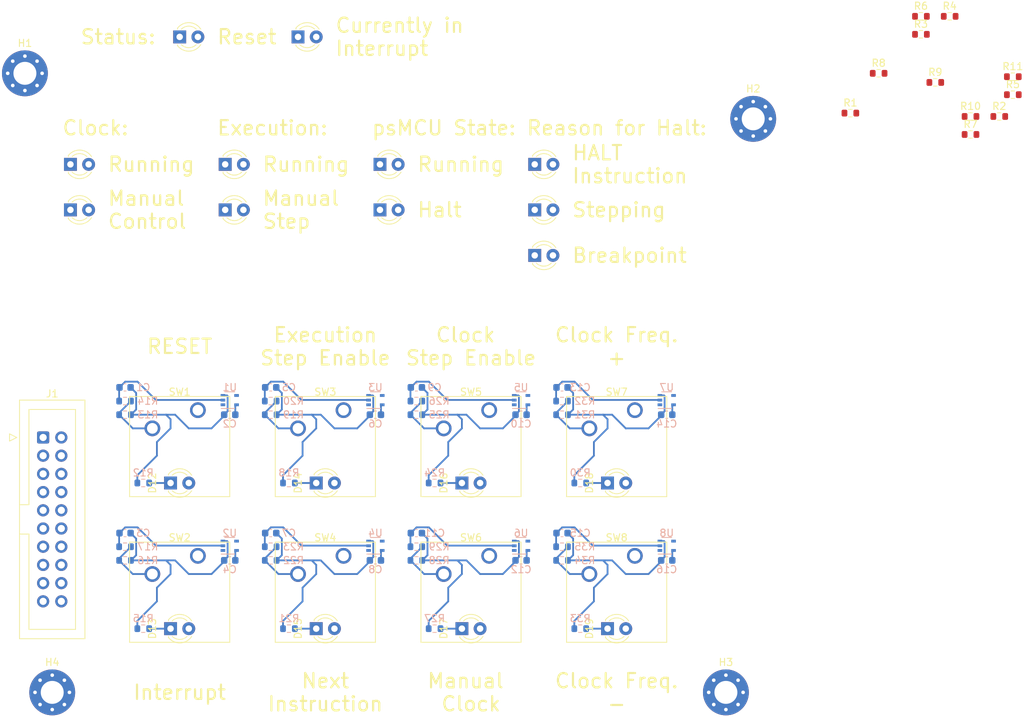
<source format=kicad_pcb>
(kicad_pcb (version 20171130) (host pcbnew "(5.1.9)-1")
  (layers (0 F.Cu signal) (31 B.Cu signal) (34 B.Paste user) (35 F.Paste user) (36 B.SilkS user) (37 F.SilkS user) (38 B.Mask user) (39 F.Mask user) (44 Edge.Cuts user))
  (net 0 "")
  (net 1 GND)
  (net 2 "Net-(C1-Pad1)")
  (net 3 +5V)
  (net 4 "Net-(C3-Pad1)")
  (net 5 "Net-(C5-Pad1)")
  (net 6 "Net-(C7-Pad1)")
  (net 7 "Net-(C9-Pad1)")
  (net 8 "Net-(C11-Pad1)")
  (net 9 "Net-(C13-Pad1)")
  (net 10 "Net-(C15-Pad1)")
  (net 11 /RESET)
  (net 12 "Net-(D1-Pad1)")
  (net 13 /LED_INT_Active)
  (net 14 "Net-(D2-Pad1)")
  (net 15 /LED_CLK_STEP_EN)
  (net 16 "Net-(D3-Pad1)")
  (net 17 "Net-(D4-Pad2)")
  (net 18 /LED_INST_STEP_EN)
  (net 19 "Net-(D5-Pad1)")
  (net 20 "Net-(D6-Pad2)")
  (net 21 /LED_Halted)
  (net 22 "Net-(D7-Pad1)")
  (net 23 "Net-(D8-Pad2)")
  (net 24 /LED_Halted_Inst)
  (net 25 "Net-(D9-Pad1)")
  (net 26 /LED_Halted_Step)
  (net 27 "Net-(D10-Pad1)")
  (net 28 /LED_Halted_Bkpt)
  (net 29 "Net-(D11-Pad1)")
  (net 30 "Net-(D12-Pad1)")
  (net 31 "Net-(D13-Pad1)")
  (net 32 "Net-(D14-Pad1)")
  (net 33 /BTN_INST_STEP)
  (net 34 "Net-(D15-Pad1)")
  (net 35 "Net-(D16-Pad1)")
  (net 36 /BTN_CLK_STEP)
  (net 37 "Net-(D17-Pad1)")
  (net 38 /BTN_INC_CLK_F)
  (net 39 "Net-(D18-Pad1)")
  (net 40 /BTN_DEC_CLK_F)
  (net 41 "Net-(D19-Pad1)")
  (net 42 /BTN_INST_STEP_EN)
  (net 43 /BTN_CLK_STEP_EN)
  (net 44 /BTN_RESET)
  (net 45 /BTN_INT)
  (net 46 "Net-(R13-Pad1)")
  (net 47 "Net-(R16-Pad1)")
  (net 48 "Net-(R19-Pad1)")
  (net 49 "Net-(R22-Pad1)")
  (net 50 "Net-(R25-Pad1)")
  (net 51 "Net-(R28-Pad1)")
  (net 52 "Net-(R31-Pad1)")
  (net 53 "Net-(R34-Pad1)")
  (module Package_TO_SOT_SMD:SOT-353_SC-70-5 (layer B.Cu) (at 182.245 84.96)
    (fp_text reference U8 (at 0 -1.775) (layer B.SilkS) (effects (justify mirror)))
    (fp_text value 74LVC1G17)
    (pad 5 smd rect (at 0.95 0.65) (size 0.65 0.4) (layers B.Cu B.Paste B.Mask) (net 3 +5V))
    (pad 4 smd rect (at 0.95 -0.65) (size 0.65 0.4) (layers B.Cu B.Paste B.Mask) (net 40 /BTN_DEC_CLK_F))
    (pad 2 smd rect (at -0.95 0) (size 0.65 0.4) (layers B.Cu B.Paste B.Mask) (net 10 "Net-(C15-Pad1)"))
    (pad 3 smd rect (at -0.95 -0.65) (size 0.65 0.4) (layers B.Cu B.Paste B.Mask) (net 1 GND))
    (pad 1 smd rect (at -0.95 0.65) (size 0.65 0.4) (layers B.Cu B.Paste B.Mask))
  )
  (module Package_TO_SOT_SMD:SOT-353_SC-70-5 (layer B.Cu) (at 182.245 64.64)
    (fp_text reference U7 (at 0 -1.775) (layer B.SilkS) (effects (justify mirror)))
    (fp_text value 74LVC1G17)
    (pad 5 smd rect (at 0.95 0.65) (size 0.65 0.4) (layers B.Cu B.Paste B.Mask) (net 3 +5V))
    (pad 4 smd rect (at 0.95 -0.65) (size 0.65 0.4) (layers B.Cu B.Paste B.Mask) (net 38 /BTN_INC_CLK_F))
    (pad 2 smd rect (at -0.95 0) (size 0.65 0.4) (layers B.Cu B.Paste B.Mask) (net 9 "Net-(C13-Pad1)"))
    (pad 3 smd rect (at -0.95 -0.65) (size 0.65 0.4) (layers B.Cu B.Paste B.Mask) (net 1 GND))
    (pad 1 smd rect (at -0.95 0.65) (size 0.65 0.4) (layers B.Cu B.Paste B.Mask))
  )
  (module Package_TO_SOT_SMD:SOT-353_SC-70-5 (layer B.Cu) (at 161.925 84.96)
    (fp_text reference U6 (at 0 -1.775) (layer B.SilkS) (effects (justify mirror)))
    (fp_text value 74LVC1G17)
    (pad 5 smd rect (at 0.95 0.65) (size 0.65 0.4) (layers B.Cu B.Paste B.Mask) (net 3 +5V))
    (pad 4 smd rect (at 0.95 -0.65) (size 0.65 0.4) (layers B.Cu B.Paste B.Mask) (net 36 /BTN_CLK_STEP))
    (pad 2 smd rect (at -0.95 0) (size 0.65 0.4) (layers B.Cu B.Paste B.Mask) (net 8 "Net-(C11-Pad1)"))
    (pad 3 smd rect (at -0.95 -0.65) (size 0.65 0.4) (layers B.Cu B.Paste B.Mask) (net 1 GND))
    (pad 1 smd rect (at -0.95 0.65) (size 0.65 0.4) (layers B.Cu B.Paste B.Mask))
  )
  (module Package_TO_SOT_SMD:SOT-353_SC-70-5 (layer B.Cu) (at 161.925 64.64)
    (fp_text reference U5 (at 0 -1.775) (layer B.SilkS) (effects (justify mirror)))
    (fp_text value 74LVC1G17)
    (pad 5 smd rect (at 0.95 0.65) (size 0.65 0.4) (layers B.Cu B.Paste B.Mask) (net 3 +5V))
    (pad 4 smd rect (at 0.95 -0.65) (size 0.65 0.4) (layers B.Cu B.Paste B.Mask) (net 43 /BTN_CLK_STEP_EN))
    (pad 2 smd rect (at -0.95 0) (size 0.65 0.4) (layers B.Cu B.Paste B.Mask) (net 7 "Net-(C9-Pad1)"))
    (pad 3 smd rect (at -0.95 -0.65) (size 0.65 0.4) (layers B.Cu B.Paste B.Mask) (net 1 GND))
    (pad 1 smd rect (at -0.95 0.65) (size 0.65 0.4) (layers B.Cu B.Paste B.Mask))
  )
  (module Package_TO_SOT_SMD:SOT-353_SC-70-5 (layer B.Cu) (at 141.605 84.96)
    (fp_text reference U4 (at 0 -1.775) (layer B.SilkS) (effects (justify mirror)))
    (fp_text value 74LVC1G17)
    (pad 5 smd rect (at 0.95 0.65) (size 0.65 0.4) (layers B.Cu B.Paste B.Mask) (net 3 +5V))
    (pad 4 smd rect (at 0.95 -0.65) (size 0.65 0.4) (layers B.Cu B.Paste B.Mask) (net 33 /BTN_INST_STEP))
    (pad 2 smd rect (at -0.95 0) (size 0.65 0.4) (layers B.Cu B.Paste B.Mask) (net 6 "Net-(C7-Pad1)"))
    (pad 3 smd rect (at -0.95 -0.65) (size 0.65 0.4) (layers B.Cu B.Paste B.Mask) (net 1 GND))
    (pad 1 smd rect (at -0.95 0.65) (size 0.65 0.4) (layers B.Cu B.Paste B.Mask))
  )
  (module Package_TO_SOT_SMD:SOT-353_SC-70-5 (layer B.Cu) (at 141.605 64.64)
    (fp_text reference U3 (at 0 -1.775) (layer B.SilkS) (effects (justify mirror)))
    (fp_text value 74LVC1G17)
    (pad 5 smd rect (at 0.95 0.65) (size 0.65 0.4) (layers B.Cu B.Paste B.Mask) (net 3 +5V))
    (pad 4 smd rect (at 0.95 -0.65) (size 0.65 0.4) (layers B.Cu B.Paste B.Mask) (net 42 /BTN_INST_STEP_EN))
    (pad 2 smd rect (at -0.95 0) (size 0.65 0.4) (layers B.Cu B.Paste B.Mask) (net 5 "Net-(C5-Pad1)"))
    (pad 3 smd rect (at -0.95 -0.65) (size 0.65 0.4) (layers B.Cu B.Paste B.Mask) (net 1 GND))
    (pad 1 smd rect (at -0.95 0.65) (size 0.65 0.4) (layers B.Cu B.Paste B.Mask))
  )
  (module Package_TO_SOT_SMD:SOT-353_SC-70-5 (layer B.Cu) (at 121.285 84.96)
    (fp_text reference U2 (at 0 -1.775) (layer B.SilkS) (effects (justify mirror)))
    (fp_text value 74LVC1G17)
    (pad 5 smd rect (at 0.95 0.65) (size 0.65 0.4) (layers B.Cu B.Paste B.Mask) (net 3 +5V))
    (pad 4 smd rect (at 0.95 -0.65) (size 0.65 0.4) (layers B.Cu B.Paste B.Mask) (net 45 /BTN_INT))
    (pad 2 smd rect (at -0.95 0) (size 0.65 0.4) (layers B.Cu B.Paste B.Mask) (net 4 "Net-(C3-Pad1)"))
    (pad 3 smd rect (at -0.95 -0.65) (size 0.65 0.4) (layers B.Cu B.Paste B.Mask) (net 1 GND))
    (pad 1 smd rect (at -0.95 0.65) (size 0.65 0.4) (layers B.Cu B.Paste B.Mask))
  )
  (module Package_TO_SOT_SMD:SOT-353_SC-70-5 (layer B.Cu) (at 121.285 64.64)
    (fp_text reference U1 (at 0 -1.775) (layer B.SilkS) (effects (justify mirror)))
    (fp_text value 74LVC1G17)
    (pad 5 smd rect (at 0.95 0.65) (size 0.65 0.4) (layers B.Cu B.Paste B.Mask) (net 3 +5V))
    (pad 4 smd rect (at 0.95 -0.65) (size 0.65 0.4) (layers B.Cu B.Paste B.Mask) (net 44 /BTN_RESET))
    (pad 2 smd rect (at -0.95 0) (size 0.65 0.4) (layers B.Cu B.Paste B.Mask) (net 2 "Net-(C1-Pad1)"))
    (pad 3 smd rect (at -0.95 -0.65) (size 0.65 0.4) (layers B.Cu B.Paste B.Mask) (net 1 GND))
    (pad 1 smd rect (at -0.95 0.65) (size 0.65 0.4) (layers B.Cu B.Paste B.Mask))
  )
  (module Button_Switch_Keyboard:SW_Cherry_MX_1.00u_PCB (layer F.Cu) (at 177.8 86.36)
    (fp_text reference SW8 (at -2.54 -2.54) (layer F.SilkS))
    (fp_text value MX1A-E1NW)
    (pad "" np_thru_hole circle (at 2.54 5.08) (size 1.7 1.7) (drill 1.7) (layers *.Cu *.Mask))
    (pad "" np_thru_hole circle (at -7.62 5.08) (size 1.7 1.7) (drill 1.7) (layers *.Cu *.Mask))
    (pad "" np_thru_hole circle (at -2.54 5.08) (size 4 4) (drill 4) (layers *.Cu *.Mask))
    (pad 2 thru_hole circle (at -6.35 2.54) (size 2.2 2.2) (drill 1.5) (layers *.Cu *.Mask) (net 53 "Net-(R34-Pad1)"))
    (pad 1 thru_hole circle (at 0 0) (size 2.2 2.2) (drill 1.5) (layers *.Cu *.Mask) (net 3 +5V))
  )
  (module Button_Switch_Keyboard:SW_Cherry_MX_1.00u_PCB (layer F.Cu) (at 177.8 66.04)
    (fp_text reference SW7 (at -2.54 -2.54) (layer F.SilkS))
    (fp_text value MX1A-E1NW)
    (pad "" np_thru_hole circle (at 2.54 5.08) (size 1.7 1.7) (drill 1.7) (layers *.Cu *.Mask))
    (pad "" np_thru_hole circle (at -7.62 5.08) (size 1.7 1.7) (drill 1.7) (layers *.Cu *.Mask))
    (pad "" np_thru_hole circle (at -2.54 5.08) (size 4 4) (drill 4) (layers *.Cu *.Mask))
    (pad 2 thru_hole circle (at -6.35 2.54) (size 2.2 2.2) (drill 1.5) (layers *.Cu *.Mask) (net 52 "Net-(R31-Pad1)"))
    (pad 1 thru_hole circle (at 0 0) (size 2.2 2.2) (drill 1.5) (layers *.Cu *.Mask) (net 3 +5V))
  )
  (module Button_Switch_Keyboard:SW_Cherry_MX_1.00u_PCB (layer F.Cu) (at 157.48 86.36)
    (fp_text reference SW6 (at -2.54 -2.54) (layer F.SilkS))
    (fp_text value MX1A-E1NW)
    (pad "" np_thru_hole circle (at 2.54 5.08) (size 1.7 1.7) (drill 1.7) (layers *.Cu *.Mask))
    (pad "" np_thru_hole circle (at -7.62 5.08) (size 1.7 1.7) (drill 1.7) (layers *.Cu *.Mask))
    (pad "" np_thru_hole circle (at -2.54 5.08) (size 4 4) (drill 4) (layers *.Cu *.Mask))
    (pad 2 thru_hole circle (at -6.35 2.54) (size 2.2 2.2) (drill 1.5) (layers *.Cu *.Mask) (net 51 "Net-(R28-Pad1)"))
    (pad 1 thru_hole circle (at 0 0) (size 2.2 2.2) (drill 1.5) (layers *.Cu *.Mask) (net 3 +5V))
  )
  (module Button_Switch_Keyboard:SW_Cherry_MX_1.00u_PCB (layer F.Cu) (at 157.48 66.04)
    (fp_text reference SW5 (at -2.54 -2.54) (layer F.SilkS))
    (fp_text value MX1A-E1NW)
    (pad "" np_thru_hole circle (at 2.54 5.08) (size 1.7 1.7) (drill 1.7) (layers *.Cu *.Mask))
    (pad "" np_thru_hole circle (at -7.62 5.08) (size 1.7 1.7) (drill 1.7) (layers *.Cu *.Mask))
    (pad "" np_thru_hole circle (at -2.54 5.08) (size 4 4) (drill 4) (layers *.Cu *.Mask))
    (pad 2 thru_hole circle (at -6.35 2.54) (size 2.2 2.2) (drill 1.5) (layers *.Cu *.Mask) (net 50 "Net-(R25-Pad1)"))
    (pad 1 thru_hole circle (at 0 0) (size 2.2 2.2) (drill 1.5) (layers *.Cu *.Mask) (net 3 +5V))
  )
  (module Button_Switch_Keyboard:SW_Cherry_MX_1.00u_PCB (layer F.Cu) (at 137.16 86.36)
    (fp_text reference SW4 (at -2.54 -2.54) (layer F.SilkS))
    (fp_text value MX1A-E1NW)
    (pad "" np_thru_hole circle (at 2.54 5.08) (size 1.7 1.7) (drill 1.7) (layers *.Cu *.Mask))
    (pad "" np_thru_hole circle (at -7.62 5.08) (size 1.7 1.7) (drill 1.7) (layers *.Cu *.Mask))
    (pad "" np_thru_hole circle (at -2.54 5.08) (size 4 4) (drill 4) (layers *.Cu *.Mask))
    (pad 2 thru_hole circle (at -6.35 2.54) (size 2.2 2.2) (drill 1.5) (layers *.Cu *.Mask) (net 49 "Net-(R22-Pad1)"))
    (pad 1 thru_hole circle (at 0 0) (size 2.2 2.2) (drill 1.5) (layers *.Cu *.Mask) (net 3 +5V))
  )
  (module Button_Switch_Keyboard:SW_Cherry_MX_1.00u_PCB (layer F.Cu) (at 137.16 66.04)
    (fp_text reference SW3 (at -2.54 -2.54) (layer F.SilkS))
    (fp_text value MX1A-E1NW)
    (pad "" np_thru_hole circle (at 2.54 5.08) (size 1.7 1.7) (drill 1.7) (layers *.Cu *.Mask))
    (pad "" np_thru_hole circle (at -7.62 5.08) (size 1.7 1.7) (drill 1.7) (layers *.Cu *.Mask))
    (pad "" np_thru_hole circle (at -2.54 5.08) (size 4 4) (drill 4) (layers *.Cu *.Mask))
    (pad 2 thru_hole circle (at -6.35 2.54) (size 2.2 2.2) (drill 1.5) (layers *.Cu *.Mask) (net 48 "Net-(R19-Pad1)"))
    (pad 1 thru_hole circle (at 0 0) (size 2.2 2.2) (drill 1.5) (layers *.Cu *.Mask) (net 3 +5V))
  )
  (module Button_Switch_Keyboard:SW_Cherry_MX_1.00u_PCB (layer F.Cu) (at 116.84 86.36)
    (fp_text reference SW2 (at -2.54 -2.54) (layer F.SilkS))
    (fp_text value MX1A-E1NW)
    (pad "" np_thru_hole circle (at 2.54 5.08) (size 1.7 1.7) (drill 1.7) (layers *.Cu *.Mask))
    (pad "" np_thru_hole circle (at -7.62 5.08) (size 1.7 1.7) (drill 1.7) (layers *.Cu *.Mask))
    (pad "" np_thru_hole circle (at -2.54 5.08) (size 4 4) (drill 4) (layers *.Cu *.Mask))
    (pad 2 thru_hole circle (at -6.35 2.54) (size 2.2 2.2) (drill 1.5) (layers *.Cu *.Mask) (net 47 "Net-(R16-Pad1)"))
    (pad 1 thru_hole circle (at 0 0) (size 2.2 2.2) (drill 1.5) (layers *.Cu *.Mask) (net 3 +5V))
  )
  (module Button_Switch_Keyboard:SW_Cherry_MX_1.00u_PCB (layer F.Cu) (at 116.84 66.04)
    (fp_text reference SW1 (at -2.54 -2.54) (layer F.SilkS))
    (fp_text value MX1A-E1NW)
    (pad "" np_thru_hole circle (at 2.54 5.08) (size 1.7 1.7) (drill 1.7) (layers *.Cu *.Mask))
    (pad "" np_thru_hole circle (at -7.62 5.08) (size 1.7 1.7) (drill 1.7) (layers *.Cu *.Mask))
    (pad "" np_thru_hole circle (at -2.54 5.08) (size 4 4) (drill 4) (layers *.Cu *.Mask))
    (pad 2 thru_hole circle (at -6.35 2.54) (size 2.2 2.2) (drill 1.5) (layers *.Cu *.Mask) (net 46 "Net-(R13-Pad1)"))
    (pad 1 thru_hole circle (at 0 0) (size 2.2 2.2) (drill 1.5) (layers *.Cu *.Mask) (net 3 +5V))
  )
  (module Resistor_SMD:R_0603_1608Metric (layer B.Cu) (at 167.64 85.09)
    (fp_text reference R35 (at 3.175 0) (layer B.SilkS) (effects (justify mirror)))
    (fp_text value 10K)
    (pad 2 smd roundrect (at 0.825 0) (size 0.8 0.95) (layers B.Cu B.Paste B.Mask) (net 53 "Net-(R34-Pad1)"))
    (pad 1 smd roundrect (at -0.825 0) (size 0.8 0.95) (layers B.Cu B.Paste B.Mask) (net 10 "Net-(C15-Pad1)"))
  )
  (module Resistor_SMD:R_0603_1608Metric (layer B.Cu) (at 167.64 86.995)
    (fp_text reference R34 (at 3.175 0) (layer B.SilkS) (effects (justify mirror)))
    (fp_text value 10K)
    (pad 2 smd roundrect (at 0.825 0) (size 0.8 0.95) (layers B.Cu B.Paste B.Mask) (net 1 GND))
    (pad 1 smd roundrect (at -0.825 0) (size 0.8 0.95) (layers B.Cu B.Paste B.Mask) (net 53 "Net-(R34-Pad1)"))
  )
  (module Resistor_SMD:R_0603_1608Metric (layer B.Cu) (at 170.18 96.52 180)
    (fp_text reference R33 (at 0 1.43) (layer B.SilkS) (effects (justify mirror)))
    (fp_text value rled)
    (pad 2 smd roundrect (at 0.825 0 180) (size 0.8 0.95) (layers B.Cu B.Paste B.Mask) (net 1 GND))
    (pad 1 smd roundrect (at -0.825 0 180) (size 0.8 0.95) (layers B.Cu B.Paste B.Mask) (net 41 "Net-(D19-Pad1)"))
  )
  (module Resistor_SMD:R_0603_1608Metric (layer B.Cu) (at 167.64 64.77)
    (fp_text reference R32 (at 3.175 0) (layer B.SilkS) (effects (justify mirror)))
    (fp_text value 10K)
    (pad 2 smd roundrect (at 0.825 0) (size 0.8 0.95) (layers B.Cu B.Paste B.Mask) (net 52 "Net-(R31-Pad1)"))
    (pad 1 smd roundrect (at -0.825 0) (size 0.8 0.95) (layers B.Cu B.Paste B.Mask) (net 9 "Net-(C13-Pad1)"))
  )
  (module Resistor_SMD:R_0603_1608Metric (layer B.Cu) (at 167.64 66.675)
    (fp_text reference R31 (at 3.175 0) (layer B.SilkS) (effects (justify mirror)))
    (fp_text value 10K)
    (pad 2 smd roundrect (at 0.825 0) (size 0.8 0.95) (layers B.Cu B.Paste B.Mask) (net 1 GND))
    (pad 1 smd roundrect (at -0.825 0) (size 0.8 0.95) (layers B.Cu B.Paste B.Mask) (net 52 "Net-(R31-Pad1)"))
  )
  (module Resistor_SMD:R_0603_1608Metric (layer B.Cu) (at 170.18 76.2 180)
    (fp_text reference R30 (at 0 1.43) (layer B.SilkS) (effects (justify mirror)))
    (fp_text value rled)
    (pad 2 smd roundrect (at 0.825 0 180) (size 0.8 0.95) (layers B.Cu B.Paste B.Mask) (net 1 GND))
    (pad 1 smd roundrect (at -0.825 0 180) (size 0.8 0.95) (layers B.Cu B.Paste B.Mask) (net 39 "Net-(D18-Pad1)"))
  )
  (module Resistor_SMD:R_0603_1608Metric (layer B.Cu) (at 147.32 85.09)
    (fp_text reference R29 (at 3.175 0) (layer B.SilkS) (effects (justify mirror)))
    (fp_text value 10K)
    (pad 2 smd roundrect (at 0.825 0) (size 0.8 0.95) (layers B.Cu B.Paste B.Mask) (net 51 "Net-(R28-Pad1)"))
    (pad 1 smd roundrect (at -0.825 0) (size 0.8 0.95) (layers B.Cu B.Paste B.Mask) (net 8 "Net-(C11-Pad1)"))
  )
  (module Resistor_SMD:R_0603_1608Metric (layer B.Cu) (at 147.32 86.995)
    (fp_text reference R28 (at 3.175 0) (layer B.SilkS) (effects (justify mirror)))
    (fp_text value 10K)
    (pad 2 smd roundrect (at 0.825 0) (size 0.8 0.95) (layers B.Cu B.Paste B.Mask) (net 1 GND))
    (pad 1 smd roundrect (at -0.825 0) (size 0.8 0.95) (layers B.Cu B.Paste B.Mask) (net 51 "Net-(R28-Pad1)"))
  )
  (module Resistor_SMD:R_0603_1608Metric (layer B.Cu) (at 149.86 96.52 180)
    (fp_text reference R27 (at 0 1.43) (layer B.SilkS) (effects (justify mirror)))
    (fp_text value rled)
    (pad 2 smd roundrect (at 0.825 0 180) (size 0.8 0.95) (layers B.Cu B.Paste B.Mask) (net 1 GND))
    (pad 1 smd roundrect (at -0.825 0 180) (size 0.8 0.95) (layers B.Cu B.Paste B.Mask) (net 37 "Net-(D17-Pad1)"))
  )
  (module Resistor_SMD:R_0603_1608Metric (layer B.Cu) (at 147.32 64.77)
    (fp_text reference R26 (at 3.175 0) (layer B.SilkS) (effects (justify mirror)))
    (fp_text value 10K)
    (pad 2 smd roundrect (at 0.825 0) (size 0.8 0.95) (layers B.Cu B.Paste B.Mask) (net 50 "Net-(R25-Pad1)"))
    (pad 1 smd roundrect (at -0.825 0) (size 0.8 0.95) (layers B.Cu B.Paste B.Mask) (net 7 "Net-(C9-Pad1)"))
  )
  (module Resistor_SMD:R_0603_1608Metric (layer B.Cu) (at 147.32 66.675)
    (fp_text reference R25 (at 3.175 0) (layer B.SilkS) (effects (justify mirror)))
    (fp_text value 10K)
    (pad 2 smd roundrect (at 0.825 0) (size 0.8 0.95) (layers B.Cu B.Paste B.Mask) (net 1 GND))
    (pad 1 smd roundrect (at -0.825 0) (size 0.8 0.95) (layers B.Cu B.Paste B.Mask) (net 50 "Net-(R25-Pad1)"))
  )
  (module Resistor_SMD:R_0603_1608Metric (layer B.Cu) (at 149.86 76.2 180)
    (fp_text reference R24 (at 0 1.43) (layer B.SilkS) (effects (justify mirror)))
    (fp_text value rled)
    (pad 2 smd roundrect (at 0.825 0 180) (size 0.8 0.95) (layers B.Cu B.Paste B.Mask) (net 1 GND))
    (pad 1 smd roundrect (at -0.825 0 180) (size 0.8 0.95) (layers B.Cu B.Paste B.Mask) (net 35 "Net-(D16-Pad1)"))
  )
  (module Resistor_SMD:R_0603_1608Metric (layer B.Cu) (at 127 85.09)
    (fp_text reference R23 (at 3.175 0) (layer B.SilkS) (effects (justify mirror)))
    (fp_text value 10K)
    (pad 2 smd roundrect (at 0.825 0) (size 0.8 0.95) (layers B.Cu B.Paste B.Mask) (net 49 "Net-(R22-Pad1)"))
    (pad 1 smd roundrect (at -0.825 0) (size 0.8 0.95) (layers B.Cu B.Paste B.Mask) (net 6 "Net-(C7-Pad1)"))
  )
  (module Resistor_SMD:R_0603_1608Metric (layer B.Cu) (at 127 86.995)
    (fp_text reference R22 (at 3.175 0) (layer B.SilkS) (effects (justify mirror)))
    (fp_text value 10K)
    (pad 2 smd roundrect (at 0.825 0) (size 0.8 0.95) (layers B.Cu B.Paste B.Mask) (net 1 GND))
    (pad 1 smd roundrect (at -0.825 0) (size 0.8 0.95) (layers B.Cu B.Paste B.Mask) (net 49 "Net-(R22-Pad1)"))
  )
  (module Resistor_SMD:R_0603_1608Metric (layer B.Cu) (at 129.54 96.52 180)
    (fp_text reference R21 (at 0 1.43) (layer B.SilkS) (effects (justify mirror)))
    (fp_text value rled)
    (pad 2 smd roundrect (at 0.825 0 180) (size 0.8 0.95) (layers B.Cu B.Paste B.Mask) (net 1 GND))
    (pad 1 smd roundrect (at -0.825 0 180) (size 0.8 0.95) (layers B.Cu B.Paste B.Mask) (net 34 "Net-(D15-Pad1)"))
  )
  (module Resistor_SMD:R_0603_1608Metric (layer B.Cu) (at 127 64.77)
    (fp_text reference R20 (at 3.175 0) (layer B.SilkS) (effects (justify mirror)))
    (fp_text value 10K)
    (pad 2 smd roundrect (at 0.825 0) (size 0.8 0.95) (layers B.Cu B.Paste B.Mask) (net 48 "Net-(R19-Pad1)"))
    (pad 1 smd roundrect (at -0.825 0) (size 0.8 0.95) (layers B.Cu B.Paste B.Mask) (net 5 "Net-(C5-Pad1)"))
  )
  (module Resistor_SMD:R_0603_1608Metric (layer B.Cu) (at 127 66.675)
    (fp_text reference R19 (at 3.175 0) (layer B.SilkS) (effects (justify mirror)))
    (fp_text value 10K)
    (pad 2 smd roundrect (at 0.825 0) (size 0.8 0.95) (layers B.Cu B.Paste B.Mask) (net 1 GND))
    (pad 1 smd roundrect (at -0.825 0) (size 0.8 0.95) (layers B.Cu B.Paste B.Mask) (net 48 "Net-(R19-Pad1)"))
  )
  (module Resistor_SMD:R_0603_1608Metric (layer B.Cu) (at 129.54 76.2 180)
    (fp_text reference R18 (at 0 1.43) (layer B.SilkS) (effects (justify mirror)))
    (fp_text value rled)
    (pad 2 smd roundrect (at 0.825 0 180) (size 0.8 0.95) (layers B.Cu B.Paste B.Mask) (net 1 GND))
    (pad 1 smd roundrect (at -0.825 0 180) (size 0.8 0.95) (layers B.Cu B.Paste B.Mask) (net 32 "Net-(D14-Pad1)"))
  )
  (module Resistor_SMD:R_0603_1608Metric (layer B.Cu) (at 106.68 85.09)
    (fp_text reference R17 (at 3.175 0) (layer B.SilkS) (effects (justify mirror)))
    (fp_text value 10K)
    (pad 2 smd roundrect (at 0.825 0) (size 0.8 0.95) (layers B.Cu B.Paste B.Mask) (net 47 "Net-(R16-Pad1)"))
    (pad 1 smd roundrect (at -0.825 0) (size 0.8 0.95) (layers B.Cu B.Paste B.Mask) (net 4 "Net-(C3-Pad1)"))
  )
  (module Resistor_SMD:R_0603_1608Metric (layer B.Cu) (at 106.68 86.995)
    (fp_text reference R16 (at 3.175 0) (layer B.SilkS) (effects (justify mirror)))
    (fp_text value 10K)
    (pad 2 smd roundrect (at 0.825 0) (size 0.8 0.95) (layers B.Cu B.Paste B.Mask) (net 1 GND))
    (pad 1 smd roundrect (at -0.825 0) (size 0.8 0.95) (layers B.Cu B.Paste B.Mask) (net 47 "Net-(R16-Pad1)"))
  )
  (module Resistor_SMD:R_0603_1608Metric (layer B.Cu) (at 109.22 96.52 180)
    (fp_text reference R15 (at 0 1.43) (layer B.SilkS) (effects (justify mirror)))
    (fp_text value rled)
    (pad 2 smd roundrect (at 0.825 0 180) (size 0.8 0.95) (layers B.Cu B.Paste B.Mask) (net 1 GND))
    (pad 1 smd roundrect (at -0.825 0 180) (size 0.8 0.95) (layers B.Cu B.Paste B.Mask) (net 31 "Net-(D13-Pad1)"))
  )
  (module Resistor_SMD:R_0603_1608Metric (layer B.Cu) (at 106.68 64.77)
    (fp_text reference R14 (at 3.175 0) (layer B.SilkS) (effects (justify mirror)))
    (fp_text value 10K)
    (pad 2 smd roundrect (at 0.825 0) (size 0.8 0.95) (layers B.Cu B.Paste B.Mask) (net 46 "Net-(R13-Pad1)"))
    (pad 1 smd roundrect (at -0.825 0) (size 0.8 0.95) (layers B.Cu B.Paste B.Mask) (net 2 "Net-(C1-Pad1)"))
  )
  (module Resistor_SMD:R_0603_1608Metric (layer B.Cu) (at 106.68 66.675)
    (fp_text reference R13 (at 3.175 0) (layer B.SilkS) (effects (justify mirror)))
    (fp_text value 10K)
    (pad 2 smd roundrect (at 0.825 0) (size 0.8 0.95) (layers B.Cu B.Paste B.Mask) (net 1 GND))
    (pad 1 smd roundrect (at -0.825 0) (size 0.8 0.95) (layers B.Cu B.Paste B.Mask) (net 46 "Net-(R13-Pad1)"))
  )
  (module Resistor_SMD:R_0603_1608Metric (layer B.Cu) (at 109.22 76.2 180)
    (fp_text reference R12 (at 0 1.43) (layer B.SilkS) (effects (justify mirror)))
    (fp_text value rled)
    (pad 2 smd roundrect (at 0.825 0 180) (size 0.8 0.95) (layers B.Cu B.Paste B.Mask) (net 1 GND))
    (pad 1 smd roundrect (at -0.825 0 180) (size 0.8 0.95) (layers B.Cu B.Paste B.Mask) (net 30 "Net-(D12-Pad1)"))
  )
  (module Resistor_SMD:R_0603_1608Metric (layer F.Cu) (at 230.525 19.52)
    (fp_text reference R11 (at 0 -1.43) (layer F.SilkS))
    (fp_text value rled)
    (pad 2 smd roundrect (at 0.825 0) (size 0.8 0.95) (layers F.Cu F.Paste F.Mask) (net 1 GND))
    (pad 1 smd roundrect (at -0.825 0) (size 0.8 0.95) (layers F.Cu F.Paste F.Mask) (net 29 "Net-(D11-Pad1)"))
  )
  (module Resistor_SMD:R_0603_1608Metric (layer F.Cu) (at 224.625 25.07)
    (fp_text reference R10 (at 0 -1.43) (layer F.SilkS))
    (fp_text value rled)
    (pad 2 smd roundrect (at 0.825 0) (size 0.8 0.95) (layers F.Cu F.Paste F.Mask) (net 1 GND))
    (pad 1 smd roundrect (at -0.825 0) (size 0.8 0.95) (layers F.Cu F.Paste F.Mask) (net 27 "Net-(D10-Pad1)"))
  )
  (module Resistor_SMD:R_0603_1608Metric (layer F.Cu) (at 219.71 20.32)
    (fp_text reference R9 (at 0 -1.43) (layer F.SilkS))
    (fp_text value rled)
    (pad 2 smd roundrect (at 0.825 0) (size 0.8 0.95) (layers F.Cu F.Paste F.Mask) (net 1 GND))
    (pad 1 smd roundrect (at -0.825 0) (size 0.8 0.95) (layers F.Cu F.Paste F.Mask) (net 25 "Net-(D9-Pad1)"))
  )
  (module Resistor_SMD:R_0603_1608Metric (layer F.Cu) (at 211.805 19.05)
    (fp_text reference R8 (at 0 -1.43) (layer F.SilkS))
    (fp_text value rled)
    (pad 2 smd roundrect (at 0.825 0) (size 0.8 0.95) (layers F.Cu F.Paste F.Mask) (net 1 GND))
    (pad 1 smd roundrect (at -0.825 0) (size 0.8 0.95) (layers F.Cu F.Paste F.Mask) (net 23 "Net-(D8-Pad2)"))
  )
  (module Resistor_SMD:R_0603_1608Metric (layer F.Cu) (at 224.625 27.58)
    (fp_text reference R7 (at 0 -1.43) (layer F.SilkS))
    (fp_text value rled)
    (pad 2 smd roundrect (at 0.825 0) (size 0.8 0.95) (layers F.Cu F.Paste F.Mask) (net 1 GND))
    (pad 1 smd roundrect (at -0.825 0) (size 0.8 0.95) (layers F.Cu F.Paste F.Mask) (net 22 "Net-(D7-Pad1)"))
  )
  (module Resistor_SMD:R_0603_1608Metric (layer F.Cu) (at 217.705 11.1)
    (fp_text reference R6 (at 0 -1.43) (layer F.SilkS))
    (fp_text value rled)
    (pad 2 smd roundrect (at 0.825 0) (size 0.8 0.95) (layers F.Cu F.Paste F.Mask) (net 1 GND))
    (pad 1 smd roundrect (at -0.825 0) (size 0.8 0.95) (layers F.Cu F.Paste F.Mask) (net 20 "Net-(D6-Pad2)"))
  )
  (module Resistor_SMD:R_0603_1608Metric (layer F.Cu) (at 230.525 22.03)
    (fp_text reference R5 (at 0 -1.43) (layer F.SilkS))
    (fp_text value rled)
    (pad 2 smd roundrect (at 0.825 0) (size 0.8 0.95) (layers F.Cu F.Paste F.Mask) (net 1 GND))
    (pad 1 smd roundrect (at -0.825 0) (size 0.8 0.95) (layers F.Cu F.Paste F.Mask) (net 19 "Net-(D5-Pad1)"))
  )
  (module Resistor_SMD:R_0603_1608Metric (layer F.Cu) (at 221.715 11.1)
    (fp_text reference R4 (at 0 -1.43) (layer F.SilkS))
    (fp_text value rled)
    (pad 2 smd roundrect (at 0.825 0) (size 0.8 0.95) (layers F.Cu F.Paste F.Mask) (net 1 GND))
    (pad 1 smd roundrect (at -0.825 0) (size 0.8 0.95) (layers F.Cu F.Paste F.Mask) (net 17 "Net-(D4-Pad2)"))
  )
  (module Resistor_SMD:R_0603_1608Metric (layer F.Cu) (at 217.705 13.61)
    (fp_text reference R3 (at 0 -1.43) (layer F.SilkS))
    (fp_text value rled)
    (pad 2 smd roundrect (at 0.825 0) (size 0.8 0.95) (layers F.Cu F.Paste F.Mask) (net 1 GND))
    (pad 1 smd roundrect (at -0.825 0) (size 0.8 0.95) (layers F.Cu F.Paste F.Mask) (net 16 "Net-(D3-Pad1)"))
  )
  (module Resistor_SMD:R_0603_1608Metric (layer F.Cu) (at 228.635 25.07)
    (fp_text reference R2 (at 0 -1.43) (layer F.SilkS))
    (fp_text value rled)
    (pad 2 smd roundrect (at 0.825 0) (size 0.8 0.95) (layers F.Cu F.Paste F.Mask) (net 1 GND))
    (pad 1 smd roundrect (at -0.825 0) (size 0.8 0.95) (layers F.Cu F.Paste F.Mask) (net 14 "Net-(D2-Pad1)"))
  )
  (module Resistor_SMD:R_0603_1608Metric (layer F.Cu) (at 207.865 24.6)
    (fp_text reference R1 (at 0 -1.43) (layer F.SilkS))
    (fp_text value rled)
    (pad 2 smd roundrect (at 0.825 0) (size 0.8 0.95) (layers F.Cu F.Paste F.Mask) (net 1 GND))
    (pad 1 smd roundrect (at -0.825 0) (size 0.8 0.95) (layers F.Cu F.Paste F.Mask) (net 12 "Net-(D1-Pad1)"))
  )
  (module Connector_IDC:IDC-Header_2x10_P2.54mm_Vertical (layer F.Cu) (at 95.25 69.85)
    (fp_text reference J1 (at 1.27 -6.1) (layer F.SilkS))
    (fp_text value UI)
    (pad 20 thru_hole circle (at 2.54 22.86) (size 1.7 1.7) (drill 1) (layers *.Cu *.Mask) (net 1 GND))
    (pad 18 thru_hole circle (at 2.54 20.32) (size 1.7 1.7) (drill 1) (layers *.Cu *.Mask) (net 33 /BTN_INST_STEP))
    (pad 16 thru_hole circle (at 2.54 17.78) (size 1.7 1.7) (drill 1) (layers *.Cu *.Mask) (net 42 /BTN_INST_STEP_EN))
    (pad 14 thru_hole circle (at 2.54 15.24) (size 1.7 1.7) (drill 1) (layers *.Cu *.Mask) (net 36 /BTN_CLK_STEP))
    (pad 12 thru_hole circle (at 2.54 12.7) (size 1.7 1.7) (drill 1) (layers *.Cu *.Mask) (net 43 /BTN_CLK_STEP_EN))
    (pad 10 thru_hole circle (at 2.54 10.16) (size 1.7 1.7) (drill 1) (layers *.Cu *.Mask) (net 44 /BTN_RESET))
    (pad 8 thru_hole circle (at 2.54 7.62) (size 1.7 1.7) (drill 1) (layers *.Cu *.Mask) (net 45 /BTN_INT))
    (pad 6 thru_hole circle (at 2.54 5.08) (size 1.7 1.7) (drill 1) (layers *.Cu *.Mask) (net 38 /BTN_INC_CLK_F))
    (pad 4 thru_hole circle (at 2.54 2.54) (size 1.7 1.7) (drill 1) (layers *.Cu *.Mask) (net 40 /BTN_DEC_CLK_F))
    (pad 2 thru_hole circle (at 2.54 0) (size 1.7 1.7) (drill 1) (layers *.Cu *.Mask) (net 3 +5V))
    (pad 19 thru_hole circle (at 0 22.86) (size 1.7 1.7) (drill 1) (layers *.Cu *.Mask) (net 1 GND))
    (pad 17 thru_hole circle (at 0 20.32) (size 1.7 1.7) (drill 1) (layers *.Cu *.Mask) (net 28 /LED_Halted_Bkpt))
    (pad 15 thru_hole circle (at 0 17.78) (size 1.7 1.7) (drill 1) (layers *.Cu *.Mask) (net 26 /LED_Halted_Step))
    (pad 13 thru_hole circle (at 0 15.24) (size 1.7 1.7) (drill 1) (layers *.Cu *.Mask) (net 24 /LED_Halted_Inst))
    (pad 11 thru_hole circle (at 0 12.7) (size 1.7 1.7) (drill 1) (layers *.Cu *.Mask) (net 21 /LED_Halted))
    (pad 9 thru_hole circle (at 0 10.16) (size 1.7 1.7) (drill 1) (layers *.Cu *.Mask) (net 11 /RESET))
    (pad 7 thru_hole circle (at 0 7.62) (size 1.7 1.7) (drill 1) (layers *.Cu *.Mask) (net 13 /LED_INT_Active))
    (pad 5 thru_hole circle (at 0 5.08) (size 1.7 1.7) (drill 1) (layers *.Cu *.Mask) (net 15 /LED_CLK_STEP_EN))
    (pad 3 thru_hole circle (at 0 2.54) (size 1.7 1.7) (drill 1) (layers *.Cu *.Mask) (net 18 /LED_INST_STEP_EN))
    (pad 1 thru_hole roundrect (at 0 0) (size 1.7 1.7) (drill 1) (layers *.Cu *.Mask) (roundrect_rratio 0.147059) (net 3 +5V))
  )
  (module MountingHole:MountingHole_3.2mm_M3_Pad_Via (layer F.Cu) (at 96.52 105.41)
    (fp_text reference H4 (at 0 -4.2) (layer F.SilkS))
    (fp_text value MountingHole)
    (pad 1 thru_hole circle (at 1.697056 -1.697056) (size 0.8 0.8) (drill 0.5) (layers *.Cu *.Mask))
    (pad 1 thru_hole circle (at 0 -2.4) (size 0.8 0.8) (drill 0.5) (layers *.Cu *.Mask))
    (pad 1 thru_hole circle (at -1.697056 -1.697056) (size 0.8 0.8) (drill 0.5) (layers *.Cu *.Mask))
    (pad 1 thru_hole circle (at -2.4 0) (size 0.8 0.8) (drill 0.5) (layers *.Cu *.Mask))
    (pad 1 thru_hole circle (at -1.697056 1.697056) (size 0.8 0.8) (drill 0.5) (layers *.Cu *.Mask))
    (pad 1 thru_hole circle (at 0 2.4) (size 0.8 0.8) (drill 0.5) (layers *.Cu *.Mask))
    (pad 1 thru_hole circle (at 1.697056 1.697056) (size 0.8 0.8) (drill 0.5) (layers *.Cu *.Mask))
    (pad 1 thru_hole circle (at 2.4 0) (size 0.8 0.8) (drill 0.5) (layers *.Cu *.Mask))
    (pad 1 thru_hole circle (at 0 0) (size 6.4 6.4) (drill 3.2) (layers *.Cu *.Mask))
  )
  (module MountingHole:MountingHole_3.2mm_M3_Pad_Via (layer F.Cu) (at 190.5 105.41)
    (fp_text reference H3 (at 0 -4.2) (layer F.SilkS))
    (fp_text value MountingHole)
    (pad 1 thru_hole circle (at 1.697056 -1.697056) (size 0.8 0.8) (drill 0.5) (layers *.Cu *.Mask))
    (pad 1 thru_hole circle (at 0 -2.4) (size 0.8 0.8) (drill 0.5) (layers *.Cu *.Mask))
    (pad 1 thru_hole circle (at -1.697056 -1.697056) (size 0.8 0.8) (drill 0.5) (layers *.Cu *.Mask))
    (pad 1 thru_hole circle (at -2.4 0) (size 0.8 0.8) (drill 0.5) (layers *.Cu *.Mask))
    (pad 1 thru_hole circle (at -1.697056 1.697056) (size 0.8 0.8) (drill 0.5) (layers *.Cu *.Mask))
    (pad 1 thru_hole circle (at 0 2.4) (size 0.8 0.8) (drill 0.5) (layers *.Cu *.Mask))
    (pad 1 thru_hole circle (at 1.697056 1.697056) (size 0.8 0.8) (drill 0.5) (layers *.Cu *.Mask))
    (pad 1 thru_hole circle (at 2.4 0) (size 0.8 0.8) (drill 0.5) (layers *.Cu *.Mask))
    (pad 1 thru_hole circle (at 0 0) (size 6.4 6.4) (drill 3.2) (layers *.Cu *.Mask))
  )
  (module MountingHole:MountingHole_3.2mm_M3_Pad_Via (layer F.Cu) (at 194.31 25.4)
    (fp_text reference H2 (at 0 -4.2) (layer F.SilkS))
    (fp_text value MountingHole)
    (pad 1 thru_hole circle (at 1.697056 -1.697056) (size 0.8 0.8) (drill 0.5) (layers *.Cu *.Mask))
    (pad 1 thru_hole circle (at 0 -2.4) (size 0.8 0.8) (drill 0.5) (layers *.Cu *.Mask))
    (pad 1 thru_hole circle (at -1.697056 -1.697056) (size 0.8 0.8) (drill 0.5) (layers *.Cu *.Mask))
    (pad 1 thru_hole circle (at -2.4 0) (size 0.8 0.8) (drill 0.5) (layers *.Cu *.Mask))
    (pad 1 thru_hole circle (at -1.697056 1.697056) (size 0.8 0.8) (drill 0.5) (layers *.Cu *.Mask))
    (pad 1 thru_hole circle (at 0 2.4) (size 0.8 0.8) (drill 0.5) (layers *.Cu *.Mask))
    (pad 1 thru_hole circle (at 1.697056 1.697056) (size 0.8 0.8) (drill 0.5) (layers *.Cu *.Mask))
    (pad 1 thru_hole circle (at 2.4 0) (size 0.8 0.8) (drill 0.5) (layers *.Cu *.Mask))
    (pad 1 thru_hole circle (at 0 0) (size 6.4 6.4) (drill 3.2) (layers *.Cu *.Mask))
  )
  (module MountingHole:MountingHole_3.2mm_M3_Pad_Via (layer F.Cu) (at 92.71 19.05)
    (fp_text reference H1 (at 0 -4.2) (layer F.SilkS))
    (fp_text value MountingHole)
    (pad 1 thru_hole circle (at 1.697056 -1.697056) (size 0.8 0.8) (drill 0.5) (layers *.Cu *.Mask))
    (pad 1 thru_hole circle (at 0 -2.4) (size 0.8 0.8) (drill 0.5) (layers *.Cu *.Mask))
    (pad 1 thru_hole circle (at -1.697056 -1.697056) (size 0.8 0.8) (drill 0.5) (layers *.Cu *.Mask))
    (pad 1 thru_hole circle (at -2.4 0) (size 0.8 0.8) (drill 0.5) (layers *.Cu *.Mask))
    (pad 1 thru_hole circle (at -1.697056 1.697056) (size 0.8 0.8) (drill 0.5) (layers *.Cu *.Mask))
    (pad 1 thru_hole circle (at 0 2.4) (size 0.8 0.8) (drill 0.5) (layers *.Cu *.Mask))
    (pad 1 thru_hole circle (at 1.697056 1.697056) (size 0.8 0.8) (drill 0.5) (layers *.Cu *.Mask))
    (pad 1 thru_hole circle (at 2.4 0) (size 0.8 0.8) (drill 0.5) (layers *.Cu *.Mask))
    (pad 1 thru_hole circle (at 0 0) (size 6.4 6.4) (drill 3.2) (layers *.Cu *.Mask))
  )
  (module LED_THT:LED_D3.0mm (layer F.Cu) (at 173.99 96.52)
    (fp_text reference D19 (at -2.54 0 270) (layer F.SilkS))
    (fp_text value LED)
    (pad 2 thru_hole circle (at 2.54 0) (size 1.8 1.8) (drill 0.9) (layers *.Cu *.Mask) (net 40 /BTN_DEC_CLK_F))
    (pad 1 thru_hole rect (at 0 0) (size 1.8 1.8) (drill 0.9) (layers *.Cu *.Mask) (net 41 "Net-(D19-Pad1)"))
  )
  (module LED_THT:LED_D3.0mm (layer F.Cu) (at 173.99 76.2)
    (fp_text reference D18 (at -2.54 0 270) (layer F.SilkS))
    (fp_text value LED)
    (pad 2 thru_hole circle (at 2.54 0) (size 1.8 1.8) (drill 0.9) (layers *.Cu *.Mask) (net 38 /BTN_INC_CLK_F))
    (pad 1 thru_hole rect (at 0 0) (size 1.8 1.8) (drill 0.9) (layers *.Cu *.Mask) (net 39 "Net-(D18-Pad1)"))
  )
  (module LED_THT:LED_D3.0mm (layer F.Cu) (at 153.67 96.52)
    (fp_text reference D17 (at -2.54 0 270) (layer F.SilkS))
    (fp_text value LED)
    (pad 2 thru_hole circle (at 2.54 0) (size 1.8 1.8) (drill 0.9) (layers *.Cu *.Mask) (net 36 /BTN_CLK_STEP))
    (pad 1 thru_hole rect (at 0 0) (size 1.8 1.8) (drill 0.9) (layers *.Cu *.Mask) (net 37 "Net-(D17-Pad1)"))
  )
  (module LED_THT:LED_D3.0mm (layer F.Cu) (at 153.67 76.2)
    (fp_text reference D16 (at -2.54 0 270) (layer F.SilkS))
    (fp_text value LED)
    (pad 2 thru_hole circle (at 2.54 0) (size 1.8 1.8) (drill 0.9) (layers *.Cu *.Mask) (net 15 /LED_CLK_STEP_EN))
    (pad 1 thru_hole rect (at 0 0) (size 1.8 1.8) (drill 0.9) (layers *.Cu *.Mask) (net 35 "Net-(D16-Pad1)"))
  )
  (module LED_THT:LED_D3.0mm (layer F.Cu) (at 133.35 96.52)
    (fp_text reference D15 (at -2.54 0 270) (layer F.SilkS))
    (fp_text value LED)
    (pad 2 thru_hole circle (at 2.54 0) (size 1.8 1.8) (drill 0.9) (layers *.Cu *.Mask) (net 33 /BTN_INST_STEP))
    (pad 1 thru_hole rect (at 0 0) (size 1.8 1.8) (drill 0.9) (layers *.Cu *.Mask) (net 34 "Net-(D15-Pad1)"))
  )
  (module LED_THT:LED_D3.0mm (layer F.Cu) (at 133.35 76.2)
    (fp_text reference D14 (at -2.54 0 270) (layer F.SilkS))
    (fp_text value LED)
    (pad 2 thru_hole circle (at 2.54 0) (size 1.8 1.8) (drill 0.9) (layers *.Cu *.Mask) (net 18 /LED_INST_STEP_EN))
    (pad 1 thru_hole rect (at 0 0) (size 1.8 1.8) (drill 0.9) (layers *.Cu *.Mask) (net 32 "Net-(D14-Pad1)"))
  )
  (module LED_THT:LED_D3.0mm (layer F.Cu) (at 113.03 96.52)
    (fp_text reference D13 (at -2.54 0 270) (layer F.SilkS))
    (fp_text value LED)
    (pad 2 thru_hole circle (at 2.54 0) (size 1.8 1.8) (drill 0.9) (layers *.Cu *.Mask) (net 13 /LED_INT_Active))
    (pad 1 thru_hole rect (at 0 0) (size 1.8 1.8) (drill 0.9) (layers *.Cu *.Mask) (net 31 "Net-(D13-Pad1)"))
  )
  (module LED_THT:LED_D3.0mm (layer F.Cu) (at 113.03 76.2)
    (fp_text reference D12 (at -2.54 0 270) (layer F.SilkS))
    (fp_text value LED)
    (pad 2 thru_hole circle (at 2.54 0) (size 1.8 1.8) (drill 0.9) (layers *.Cu *.Mask) (net 11 /RESET))
    (pad 1 thru_hole rect (at 0 0) (size 1.8 1.8) (drill 0.9) (layers *.Cu *.Mask) (net 30 "Net-(D12-Pad1)"))
  )
  (module LED_THT:LED_D3.0mm (layer F.Cu) (at 163.83 44.45)
    (fp_text reference D11 hide)
    (fp_text value LED)
    (pad 2 thru_hole circle (at 2.54 0) (size 1.8 1.8) (drill 0.9) (layers *.Cu *.Mask) (net 28 /LED_Halted_Bkpt))
    (pad 1 thru_hole rect (at 0 0) (size 1.8 1.8) (drill 0.9) (layers *.Cu *.Mask) (net 29 "Net-(D11-Pad1)"))
  )
  (module LED_THT:LED_D3.0mm (layer F.Cu) (at 163.83 38.1)
    (fp_text reference D10 hide)
    (fp_text value LED)
    (pad 2 thru_hole circle (at 2.54 0) (size 1.8 1.8) (drill 0.9) (layers *.Cu *.Mask) (net 26 /LED_Halted_Step))
    (pad 1 thru_hole rect (at 0 0) (size 1.8 1.8) (drill 0.9) (layers *.Cu *.Mask) (net 27 "Net-(D10-Pad1)"))
  )
  (module LED_THT:LED_D3.0mm (layer F.Cu) (at 163.83 31.75)
    (fp_text reference D9 hide)
    (fp_text value LED)
    (pad 2 thru_hole circle (at 2.54 0) (size 1.8 1.8) (drill 0.9) (layers *.Cu *.Mask) (net 24 /LED_Halted_Inst))
    (pad 1 thru_hole rect (at 0 0) (size 1.8 1.8) (drill 0.9) (layers *.Cu *.Mask) (net 25 "Net-(D9-Pad1)"))
  )
  (module LED_THT:LED_D3.0mm (layer F.Cu) (at 142.24 31.75)
    (fp_text reference D8 hide)
    (fp_text value LED)
    (pad 2 thru_hole circle (at 2.54 0) (size 1.8 1.8) (drill 0.9) (layers *.Cu *.Mask) (net 23 "Net-(D8-Pad2)"))
    (pad 1 thru_hole rect (at 0 0) (size 1.8 1.8) (drill 0.9) (layers *.Cu *.Mask) (net 21 /LED_Halted))
  )
  (module LED_THT:LED_D3.0mm (layer F.Cu) (at 142.24 38.1)
    (fp_text reference D7 hide)
    (fp_text value LED)
    (pad 2 thru_hole circle (at 2.54 0) (size 1.8 1.8) (drill 0.9) (layers *.Cu *.Mask) (net 21 /LED_Halted))
    (pad 1 thru_hole rect (at 0 0) (size 1.8 1.8) (drill 0.9) (layers *.Cu *.Mask) (net 22 "Net-(D7-Pad1)"))
  )
  (module LED_THT:LED_D3.0mm (layer F.Cu) (at 120.65 38.1)
    (fp_text reference D6 hide)
    (fp_text value LED)
    (pad 2 thru_hole circle (at 2.54 0) (size 1.8 1.8) (drill 0.9) (layers *.Cu *.Mask) (net 20 "Net-(D6-Pad2)"))
    (pad 1 thru_hole rect (at 0 0) (size 1.8 1.8) (drill 0.9) (layers *.Cu *.Mask) (net 18 /LED_INST_STEP_EN))
  )
  (module LED_THT:LED_D3.0mm (layer F.Cu) (at 120.65 31.75)
    (fp_text reference D5 hide)
    (fp_text value LED)
    (pad 2 thru_hole circle (at 2.54 0) (size 1.8 1.8) (drill 0.9) (layers *.Cu *.Mask) (net 18 /LED_INST_STEP_EN))
    (pad 1 thru_hole rect (at 0 0) (size 1.8 1.8) (drill 0.9) (layers *.Cu *.Mask) (net 19 "Net-(D5-Pad1)"))
  )
  (module LED_THT:LED_D3.0mm (layer F.Cu) (at 99.06 31.75)
    (fp_text reference D4 hide)
    (fp_text value LED)
    (pad 2 thru_hole circle (at 2.54 0) (size 1.8 1.8) (drill 0.9) (layers *.Cu *.Mask) (net 17 "Net-(D4-Pad2)"))
    (pad 1 thru_hole rect (at 0 0) (size 1.8 1.8) (drill 0.9) (layers *.Cu *.Mask) (net 15 /LED_CLK_STEP_EN))
  )
  (module LED_THT:LED_D3.0mm (layer F.Cu) (at 99.06 38.1)
    (fp_text reference D3 hide)
    (fp_text value LED)
    (pad 2 thru_hole circle (at 2.54 0) (size 1.8 1.8) (drill 0.9) (layers *.Cu *.Mask) (net 15 /LED_CLK_STEP_EN))
    (pad 1 thru_hole rect (at 0 0) (size 1.8 1.8) (drill 0.9) (layers *.Cu *.Mask) (net 16 "Net-(D3-Pad1)"))
  )
  (module LED_THT:LED_D3.0mm (layer F.Cu) (at 130.81 13.97)
    (fp_text reference D2 hide)
    (fp_text value LED)
    (pad 2 thru_hole circle (at 2.54 0) (size 1.8 1.8) (drill 0.9) (layers *.Cu *.Mask) (net 13 /LED_INT_Active))
    (pad 1 thru_hole rect (at 0 0) (size 1.8 1.8) (drill 0.9) (layers *.Cu *.Mask) (net 14 "Net-(D2-Pad1)"))
  )
  (module LED_THT:LED_D3.0mm (layer F.Cu) (at 114.3 13.97)
    (fp_text reference D1 hide)
    (fp_text value LED)
    (pad 2 thru_hole circle (at 2.54 0) (size 1.8 1.8) (drill 0.9) (layers *.Cu *.Mask) (net 11 /RESET))
    (pad 1 thru_hole rect (at 0 0) (size 1.8 1.8) (drill 0.9) (layers *.Cu *.Mask) (net 12 "Net-(D1-Pad1)"))
  )
  (module Capacitor_SMD:C_0603_1608Metric (layer B.Cu) (at 182.245 86.995 180)
    (fp_text reference C16 (at 0 -1.27) (layer B.SilkS) (effects (justify mirror)))
    (fp_text value 0u1)
    (pad 2 smd roundrect (at 0.775 0 180) (size 0.9 0.95) (layers B.Cu B.Paste B.Mask) (net 1 GND))
    (pad 1 smd roundrect (at -0.775 0 180) (size 0.9 0.95) (layers B.Cu B.Paste B.Mask) (net 3 +5V))
  )
  (module Capacitor_SMD:C_0603_1608Metric (layer B.Cu) (at 167.64 83.185)
    (fp_text reference C15 (at 2.54 0) (layer B.SilkS) (effects (justify mirror)))
    (fp_text value 0u1)
    (pad 2 smd roundrect (at 0.775 0) (size 0.9 0.95) (layers B.Cu B.Paste B.Mask) (net 1 GND))
    (pad 1 smd roundrect (at -0.775 0) (size 0.9 0.95) (layers B.Cu B.Paste B.Mask) (net 10 "Net-(C15-Pad1)"))
  )
  (module Capacitor_SMD:C_0603_1608Metric (layer B.Cu) (at 182.245 66.675 180)
    (fp_text reference C14 (at 0 -1.27) (layer B.SilkS) (effects (justify mirror)))
    (fp_text value 0u1)
    (pad 2 smd roundrect (at 0.775 0 180) (size 0.9 0.95) (layers B.Cu B.Paste B.Mask) (net 1 GND))
    (pad 1 smd roundrect (at -0.775 0 180) (size 0.9 0.95) (layers B.Cu B.Paste B.Mask) (net 3 +5V))
  )
  (module Capacitor_SMD:C_0603_1608Metric (layer B.Cu) (at 167.64 62.865)
    (fp_text reference C13 (at 2.54 0) (layer B.SilkS) (effects (justify mirror)))
    (fp_text value 0u1)
    (pad 2 smd roundrect (at 0.775 0) (size 0.9 0.95) (layers B.Cu B.Paste B.Mask) (net 1 GND))
    (pad 1 smd roundrect (at -0.775 0) (size 0.9 0.95) (layers B.Cu B.Paste B.Mask) (net 9 "Net-(C13-Pad1)"))
  )
  (module Capacitor_SMD:C_0603_1608Metric (layer B.Cu) (at 161.925 86.995 180)
    (fp_text reference C12 (at 0 -1.27) (layer B.SilkS) (effects (justify mirror)))
    (fp_text value 0u1)
    (pad 2 smd roundrect (at 0.775 0 180) (size 0.9 0.95) (layers B.Cu B.Paste B.Mask) (net 1 GND))
    (pad 1 smd roundrect (at -0.775 0 180) (size 0.9 0.95) (layers B.Cu B.Paste B.Mask) (net 3 +5V))
  )
  (module Capacitor_SMD:C_0603_1608Metric (layer B.Cu) (at 147.32 83.185)
    (fp_text reference C11 (at 2.54 0) (layer B.SilkS) (effects (justify mirror)))
    (fp_text value 0u1)
    (pad 2 smd roundrect (at 0.775 0) (size 0.9 0.95) (layers B.Cu B.Paste B.Mask) (net 1 GND))
    (pad 1 smd roundrect (at -0.775 0) (size 0.9 0.95) (layers B.Cu B.Paste B.Mask) (net 8 "Net-(C11-Pad1)"))
  )
  (module Capacitor_SMD:C_0603_1608Metric (layer B.Cu) (at 161.925 66.675 180)
    (fp_text reference C10 (at 0 -1.27) (layer B.SilkS) (effects (justify mirror)))
    (fp_text value 0u1)
    (pad 2 smd roundrect (at 0.775 0 180) (size 0.9 0.95) (layers B.Cu B.Paste B.Mask) (net 1 GND))
    (pad 1 smd roundrect (at -0.775 0 180) (size 0.9 0.95) (layers B.Cu B.Paste B.Mask) (net 3 +5V))
  )
  (module Capacitor_SMD:C_0603_1608Metric (layer B.Cu) (at 147.32 62.865)
    (fp_text reference C9 (at 2.54 0) (layer B.SilkS) (effects (justify mirror)))
    (fp_text value 0u1)
    (pad 2 smd roundrect (at 0.775 0) (size 0.9 0.95) (layers B.Cu B.Paste B.Mask) (net 1 GND))
    (pad 1 smd roundrect (at -0.775 0) (size 0.9 0.95) (layers B.Cu B.Paste B.Mask) (net 7 "Net-(C9-Pad1)"))
  )
  (module Capacitor_SMD:C_0603_1608Metric (layer B.Cu) (at 141.605 86.995 180)
    (fp_text reference C8 (at 0 -1.27) (layer B.SilkS) (effects (justify mirror)))
    (fp_text value 0u1)
    (pad 2 smd roundrect (at 0.775 0 180) (size 0.9 0.95) (layers B.Cu B.Paste B.Mask) (net 1 GND))
    (pad 1 smd roundrect (at -0.775 0 180) (size 0.9 0.95) (layers B.Cu B.Paste B.Mask) (net 3 +5V))
  )
  (module Capacitor_SMD:C_0603_1608Metric (layer B.Cu) (at 127 83.185)
    (fp_text reference C7 (at 2.54 0) (layer B.SilkS) (effects (justify mirror)))
    (fp_text value 0u1)
    (pad 2 smd roundrect (at 0.775 0) (size 0.9 0.95) (layers B.Cu B.Paste B.Mask) (net 1 GND))
    (pad 1 smd roundrect (at -0.775 0) (size 0.9 0.95) (layers B.Cu B.Paste B.Mask) (net 6 "Net-(C7-Pad1)"))
  )
  (module Capacitor_SMD:C_0603_1608Metric (layer B.Cu) (at 141.605 66.675 180)
    (fp_text reference C6 (at 0 -1.27) (layer B.SilkS) (effects (justify mirror)))
    (fp_text value 0u1)
    (pad 2 smd roundrect (at 0.775 0 180) (size 0.9 0.95) (layers B.Cu B.Paste B.Mask) (net 1 GND))
    (pad 1 smd roundrect (at -0.775 0 180) (size 0.9 0.95) (layers B.Cu B.Paste B.Mask) (net 3 +5V))
  )
  (module Capacitor_SMD:C_0603_1608Metric (layer B.Cu) (at 127 62.865)
    (fp_text reference C5 (at 2.54 0) (layer B.SilkS) (effects (justify mirror)))
    (fp_text value 0u1)
    (pad 2 smd roundrect (at 0.775 0) (size 0.9 0.95) (layers B.Cu B.Paste B.Mask) (net 1 GND))
    (pad 1 smd roundrect (at -0.775 0) (size 0.9 0.95) (layers B.Cu B.Paste B.Mask) (net 5 "Net-(C5-Pad1)"))
  )
  (module Capacitor_SMD:C_0603_1608Metric (layer B.Cu) (at 121.285 86.995 180)
    (fp_text reference C4 (at 0 -1.27) (layer B.SilkS) (effects (justify mirror)))
    (fp_text value 0u1)
    (pad 2 smd roundrect (at 0.775 0 180) (size 0.9 0.95) (layers B.Cu B.Paste B.Mask) (net 1 GND))
    (pad 1 smd roundrect (at -0.775 0 180) (size 0.9 0.95) (layers B.Cu B.Paste B.Mask) (net 3 +5V))
  )
  (module Capacitor_SMD:C_0603_1608Metric (layer B.Cu) (at 106.68 83.185)
    (fp_text reference C3 (at 2.54 0) (layer B.SilkS) (effects (justify mirror)))
    (fp_text value 0u1)
    (pad 2 smd roundrect (at 0.775 0) (size 0.9 0.95) (layers B.Cu B.Paste B.Mask) (net 1 GND))
    (pad 1 smd roundrect (at -0.775 0) (size 0.9 0.95) (layers B.Cu B.Paste B.Mask) (net 4 "Net-(C3-Pad1)"))
  )
  (module Capacitor_SMD:C_0603_1608Metric (layer B.Cu) (at 121.285 66.675 180)
    (fp_text reference C2 (at 0 -1.27) (layer B.SilkS) (effects (justify mirror)))
    (fp_text value 0u1)
    (pad 2 smd roundrect (at 0.775 0 180) (size 0.9 0.95) (layers B.Cu B.Paste B.Mask) (net 1 GND))
    (pad 1 smd roundrect (at -0.775 0 180) (size 0.9 0.95) (layers B.Cu B.Paste B.Mask) (net 3 +5V))
  )
  (module Capacitor_SMD:C_0603_1608Metric (layer B.Cu) (at 106.68 62.865)
    (fp_text reference C1 (at 2.54 0) (layer B.SilkS) (effects (justify mirror)))
    (fp_text value 0u1)
    (pad 2 smd roundrect (at 0.775 0) (size 0.9 0.95) (layers B.Cu B.Paste B.Mask) (net 1 GND))
    (pad 1 smd roundrect (at -0.775 0) (size 0.9 0.95) (layers B.Cu B.Paste B.Mask) (net 2 "Net-(C1-Pad1)"))
  )
  (gr_text Breakpoint (at 168.91 44.45) (layer F.SilkS) (effects (font (size 2 2) (thickness 0.3)) (justify left)))
  (gr_text Stepping (at 168.91 38.1) (layer F.SilkS) (effects (font (size 2 2) (thickness 0.3)) (justify left)))
  (gr_text "HALT\nInstruction" (at 168.91 31.75) (layer F.SilkS) (effects (font (size 2 2) (thickness 0.3)) (justify left)))
  (gr_text "Reason for Halt:" (at 162.56 26.67) (layer F.SilkS) (effects (font (size 2 2) (thickness 0.3)) (justify left)))
  (gr_text Halt (at 147.32 38.1) (layer F.SilkS) (effects (font (size 2 2) (thickness 0.3)) (justify left)))
  (gr_text Running (at 147.32 31.75) (layer F.SilkS) (effects (font (size 2 2) (thickness 0.3)) (justify left)))
  (gr_text "psMCU State:" (at 140.97 26.67) (layer F.SilkS) (effects (font (size 2 2) (thickness 0.3)) (justify left)))
  (gr_text "Manual \nStep" (at 125.73 38.1) (layer F.SilkS) (effects (font (size 2 2) (thickness 0.3)) (justify left)))
  (gr_text Running (at 125.73 31.75) (layer F.SilkS) (effects (font (size 2 2) (thickness 0.3)) (justify left)))
  (gr_text Execution: (at 119.38 26.67) (layer F.SilkS) (effects (font (size 2 2) (thickness 0.3)) (justify left)))
  (gr_text "Manual \nControl" (at 104.14 38.1) (layer F.SilkS) (effects (font (size 2 2) (thickness 0.3)) (justify left)))
  (gr_text Running (at 104.14 31.75) (layer F.SilkS) (effects (font (size 2 2) (thickness 0.3)) (justify left)))
  (gr_text Clock: (at 97.79 26.67) (layer F.SilkS) (effects (font (size 2 2) (thickness 0.3)) (justify left)))
  (gr_text "Currently in\nInterrupt" (at 135.89 13.97) (layer F.SilkS) (effects (font (size 2 2) (thickness 0.3)) (justify left)))
  (gr_text Reset (at 119.38 13.97) (layer F.SilkS) (effects (font (size 2 2) (thickness 0.3)) (justify left)))
  (gr_text Status: (at 100.33 13.97) (layer F.SilkS) (effects (font (size 2 2) (thickness 0.3)) (justify left)))
  (gr_text "Clock Freq.\n-" (at 175.26 105.41) (layer F.SilkS) (effects (font (size 2 2) (thickness 0.3))))
  (gr_text "Clock Freq.\n+" (at 175.26 57.15) (layer F.SilkS) (effects (font (size 2 2) (thickness 0.3))))
  (gr_text "Manual \nClock" (at 154.94 105.41) (layer F.SilkS) (effects (font (size 2 2) (thickness 0.3))))
  (gr_text "Clock \nStep Enable" (at 154.94 57.15) (layer F.SilkS) (effects (font (size 2 2) (thickness 0.3))))
  (gr_text "Next\nInstruction" (at 134.62 105.41) (layer F.SilkS) (effects (font (size 2 2) (thickness 0.3))))
  (gr_text "Execution\nStep Enable" (at 134.62 57.15) (layer F.SilkS) (effects (font (size 2 2) (thickness 0.3))))
  (gr_text Interrupt (at 114.3 105.41) (layer F.SilkS) (effects (font (size 2 2) (thickness 0.3))))
  (gr_text RESET (at 114.3 57.15) (layer F.SilkS) (effects (font (size 2 2) (thickness 0.3))))
  (segment (start 120.985001 66.199999) (end 120.51 66.675) (width 0.25) (layer B.Cu) (net 1))
  (segment (start 120.985001 64.065001) (end 120.985001 66.199999) (width 0.25) (layer B.Cu) (net 1))
  (segment (start 120.91 63.99) (end 120.985001 64.065001) (width 0.25) (layer B.Cu) (net 1))
  (segment (start 120.335 63.99) (end 120.91 63.99) (width 0.25) (layer B.Cu) (net 1))
  (segment (start 108.23001 65.94999) (end 108.23001 63.64001) (width 0.25) (layer B.Cu) (net 1))
  (segment (start 108.23001 63.64001) (end 107.455 62.865) (width 0.25) (layer B.Cu) (net 1))
  (segment (start 107.505 66.675) (end 108.23001 65.94999) (width 0.25) (layer B.Cu) (net 1))
  (segment (start 120.51 66.675) (end 120.51 66.815) (width 0.25) (layer B.Cu) (net 1))
  (segment (start 120.51 66.815) (end 118.745 68.58) (width 0.25) (layer B.Cu) (net 1))
  (segment (start 118.745 68.58) (end 115.57 68.58) (width 0.25) (layer B.Cu) (net 1))
  (segment (start 115.57 68.58) (end 113.665 66.675) (width 0.25) (layer B.Cu) (net 1))
  (segment (start 108.395 76.2) (end 108.395 75.12) (width 0.25) (layer B.Cu) (net 1))
  (segment (start 108.395 75.12) (end 111.125 72.39) (width 0.25) (layer B.Cu) (net 1))
  (segment (start 111.125 72.39) (end 111.125 70.485) (width 0.25) (layer B.Cu) (net 1))
  (segment (start 111.125 70.485) (end 113.03 68.58) (width 0.25) (layer B.Cu) (net 1))
  (segment (start 113.03 68.58) (end 113.03 67.31) (width 0.25) (layer B.Cu) (net 1))
  (segment (start 113.03 67.31) (end 112.395 66.675) (width 0.25) (layer B.Cu) (net 1))
  (segment (start 112.395 66.675) (end 107.505 66.675) (width 0.25) (layer B.Cu) (net 1))
  (segment (start 113.665 66.675) (end 112.395 66.675) (width 0.25) (layer B.Cu) (net 1))
  (segment (start 120.985001 86.519999) (end 120.51 86.995) (width 0.25) (layer B.Cu) (net 1))
  (segment (start 120.985001 84.385001) (end 120.985001 86.519999) (width 0.25) (layer B.Cu) (net 1))
  (segment (start 120.91 84.31) (end 120.985001 84.385001) (width 0.25) (layer B.Cu) (net 1))
  (segment (start 120.335 84.31) (end 120.91 84.31) (width 0.25) (layer B.Cu) (net 1))
  (segment (start 108.23001 86.26999) (end 108.23001 83.96001) (width 0.25) (layer B.Cu) (net 1))
  (segment (start 108.23001 83.96001) (end 107.455 83.185) (width 0.25) (layer B.Cu) (net 1))
  (segment (start 107.505 86.995) (end 108.23001 86.26999) (width 0.25) (layer B.Cu) (net 1))
  (segment (start 120.51 86.995) (end 120.51 87.135) (width 0.25) (layer B.Cu) (net 1))
  (segment (start 120.51 87.135) (end 118.745 88.9) (width 0.25) (layer B.Cu) (net 1))
  (segment (start 118.745 88.9) (end 115.57 88.9) (width 0.25) (layer B.Cu) (net 1))
  (segment (start 115.57 88.9) (end 113.665 86.995) (width 0.25) (layer B.Cu) (net 1))
  (segment (start 108.395 96.52) (end 108.395 95.44) (width 0.25) (layer B.Cu) (net 1))
  (segment (start 108.395 95.44) (end 111.125 92.71) (width 0.25) (layer B.Cu) (net 1))
  (segment (start 111.125 92.71) (end 111.125 90.805) (width 0.25) (layer B.Cu) (net 1))
  (segment (start 111.125 90.805) (end 113.03 88.9) (width 0.25) (layer B.Cu) (net 1))
  (segment (start 113.03 88.9) (end 113.03 87.63) (width 0.25) (layer B.Cu) (net 1))
  (segment (start 113.03 87.63) (end 112.395 86.995) (width 0.25) (layer B.Cu) (net 1))
  (segment (start 112.395 86.995) (end 107.505 86.995) (width 0.25) (layer B.Cu) (net 1))
  (segment (start 113.665 86.995) (end 112.395 86.995) (width 0.25) (layer B.Cu) (net 1))
  (segment (start 141.305001 66.199999) (end 140.83 66.675) (width 0.25) (layer B.Cu) (net 1))
  (segment (start 141.305001 64.065001) (end 141.305001 66.199999) (width 0.25) (layer B.Cu) (net 1))
  (segment (start 141.23 63.99) (end 141.305001 64.065001) (width 0.25) (layer B.Cu) (net 1))
  (segment (start 140.655 63.99) (end 141.23 63.99) (width 0.25) (layer B.Cu) (net 1))
  (segment (start 128.55001 65.94999) (end 128.55001 63.64001) (width 0.25) (layer B.Cu) (net 1))
  (segment (start 128.55001 63.64001) (end 127.775 62.865) (width 0.25) (layer B.Cu) (net 1))
  (segment (start 127.825 66.675) (end 128.55001 65.94999) (width 0.25) (layer B.Cu) (net 1))
  (segment (start 140.83 66.675) (end 140.83 66.815) (width 0.25) (layer B.Cu) (net 1))
  (segment (start 140.83 66.815) (end 139.065 68.58) (width 0.25) (layer B.Cu) (net 1))
  (segment (start 139.065 68.58) (end 135.89 68.58) (width 0.25) (layer B.Cu) (net 1))
  (segment (start 135.89 68.58) (end 133.985 66.675) (width 0.25) (layer B.Cu) (net 1))
  (segment (start 128.715 76.2) (end 128.715 75.12) (width 0.25) (layer B.Cu) (net 1))
  (segment (start 128.715 75.12) (end 131.445 72.39) (width 0.25) (layer B.Cu) (net 1))
  (segment (start 131.445 72.39) (end 131.445 70.485) (width 0.25) (layer B.Cu) (net 1))
  (segment (start 131.445 70.485) (end 133.35 68.58) (width 0.25) (layer B.Cu) (net 1))
  (segment (start 133.35 68.58) (end 133.35 67.31) (width 0.25) (layer B.Cu) (net 1))
  (segment (start 133.35 67.31) (end 132.715 66.675) (width 0.25) (layer B.Cu) (net 1))
  (segment (start 132.715 66.675) (end 127.825 66.675) (width 0.25) (layer B.Cu) (net 1))
  (segment (start 133.985 66.675) (end 132.715 66.675) (width 0.25) (layer B.Cu) (net 1))
  (segment (start 141.305001 86.519999) (end 140.83 86.995) (width 0.25) (layer B.Cu) (net 1))
  (segment (start 141.305001 84.385001) (end 141.305001 86.519999) (width 0.25) (layer B.Cu) (net 1))
  (segment (start 141.23 84.31) (end 141.305001 84.385001) (width 0.25) (layer B.Cu) (net 1))
  (segment (start 140.655 84.31) (end 141.23 84.31) (width 0.25) (layer B.Cu) (net 1))
  (segment (start 128.55001 86.26999) (end 128.55001 83.96001) (width 0.25) (layer B.Cu) (net 1))
  (segment (start 128.55001 83.96001) (end 127.775 83.185) (width 0.25) (layer B.Cu) (net 1))
  (segment (start 127.825 86.995) (end 128.55001 86.26999) (width 0.25) (layer B.Cu) (net 1))
  (segment (start 140.83 86.995) (end 140.83 87.135) (width 0.25) (layer B.Cu) (net 1))
  (segment (start 140.83 87.135) (end 139.065 88.9) (width 0.25) (layer B.Cu) (net 1))
  (segment (start 139.065 88.9) (end 135.89 88.9) (width 0.25) (layer B.Cu) (net 1))
  (segment (start 135.89 88.9) (end 133.985 86.995) (width 0.25) (layer B.Cu) (net 1))
  (segment (start 128.715 96.52) (end 128.715 95.44) (width 0.25) (layer B.Cu) (net 1))
  (segment (start 128.715 95.44) (end 131.445 92.71) (width 0.25) (layer B.Cu) (net 1))
  (segment (start 131.445 92.71) (end 131.445 90.805) (width 0.25) (layer B.Cu) (net 1))
  (segment (start 131.445 90.805) (end 133.35 88.9) (width 0.25) (layer B.Cu) (net 1))
  (segment (start 133.35 88.9) (end 133.35 87.63) (width 0.25) (layer B.Cu) (net 1))
  (segment (start 133.35 87.63) (end 132.715 86.995) (width 0.25) (layer B.Cu) (net 1))
  (segment (start 132.715 86.995) (end 127.825 86.995) (width 0.25) (layer B.Cu) (net 1))
  (segment (start 133.985 86.995) (end 132.715 86.995) (width 0.25) (layer B.Cu) (net 1))
  (segment (start 161.625001 66.199999) (end 161.15 66.675) (width 0.25) (layer B.Cu) (net 1))
  (segment (start 161.625001 64.065001) (end 161.625001 66.199999) (width 0.25) (layer B.Cu) (net 1))
  (segment (start 161.55 63.99) (end 161.625001 64.065001) (width 0.25) (layer B.Cu) (net 1))
  (segment (start 160.975 63.99) (end 161.55 63.99) (width 0.25) (layer B.Cu) (net 1))
  (segment (start 148.87001 65.94999) (end 148.87001 63.64001) (width 0.25) (layer B.Cu) (net 1))
  (segment (start 148.87001 63.64001) (end 148.095 62.865) (width 0.25) (layer B.Cu) (net 1))
  (segment (start 148.145 66.675) (end 148.87001 65.94999) (width 0.25) (layer B.Cu) (net 1))
  (segment (start 161.15 66.675) (end 161.15 66.815) (width 0.25) (layer B.Cu) (net 1))
  (segment (start 161.15 66.815) (end 159.385 68.58) (width 0.25) (layer B.Cu) (net 1))
  (segment (start 159.385 68.58) (end 156.21 68.58) (width 0.25) (layer B.Cu) (net 1))
  (segment (start 156.21 68.58) (end 154.305 66.675) (width 0.25) (layer B.Cu) (net 1))
  (segment (start 149.035 76.2) (end 149.035 75.12) (width 0.25) (layer B.Cu) (net 1))
  (segment (start 149.035 75.12) (end 151.765 72.39) (width 0.25) (layer B.Cu) (net 1))
  (segment (start 151.765 72.39) (end 151.765 70.485) (width 0.25) (layer B.Cu) (net 1))
  (segment (start 151.765 70.485) (end 153.67 68.58) (width 0.25) (layer B.Cu) (net 1))
  (segment (start 153.67 68.58) (end 153.67 67.31) (width 0.25) (layer B.Cu) (net 1))
  (segment (start 153.67 67.31) (end 153.035 66.675) (width 0.25) (layer B.Cu) (net 1))
  (segment (start 153.035 66.675) (end 148.145 66.675) (width 0.25) (layer B.Cu) (net 1))
  (segment (start 154.305 66.675) (end 153.035 66.675) (width 0.25) (layer B.Cu) (net 1))
  (segment (start 161.625001 86.519999) (end 161.15 86.995) (width 0.25) (layer B.Cu) (net 1))
  (segment (start 161.625001 84.385001) (end 161.625001 86.519999) (width 0.25) (layer B.Cu) (net 1))
  (segment (start 161.55 84.31) (end 161.625001 84.385001) (width 0.25) (layer B.Cu) (net 1))
  (segment (start 160.975 84.31) (end 161.55 84.31) (width 0.25) (layer B.Cu) (net 1))
  (segment (start 148.87001 86.26999) (end 148.87001 83.96001) (width 0.25) (layer B.Cu) (net 1))
  (segment (start 148.87001 83.96001) (end 148.095 83.185) (width 0.25) (layer B.Cu) (net 1))
  (segment (start 148.145 86.995) (end 148.87001 86.26999) (width 0.25) (layer B.Cu) (net 1))
  (segment (start 161.15 86.995) (end 161.15 87.135) (width 0.25) (layer B.Cu) (net 1))
  (segment (start 161.15 87.135) (end 159.385 88.9) (width 0.25) (layer B.Cu) (net 1))
  (segment (start 159.385 88.9) (end 156.21 88.9) (width 0.25) (layer B.Cu) (net 1))
  (segment (start 156.21 88.9) (end 154.305 86.995) (width 0.25) (layer B.Cu) (net 1))
  (segment (start 149.035 96.52) (end 149.035 95.44) (width 0.25) (layer B.Cu) (net 1))
  (segment (start 149.035 95.44) (end 151.765 92.71) (width 0.25) (layer B.Cu) (net 1))
  (segment (start 151.765 92.71) (end 151.765 90.805) (width 0.25) (layer B.Cu) (net 1))
  (segment (start 151.765 90.805) (end 153.67 88.9) (width 0.25) (layer B.Cu) (net 1))
  (segment (start 153.67 88.9) (end 153.67 87.63) (width 0.25) (layer B.Cu) (net 1))
  (segment (start 153.67 87.63) (end 153.035 86.995) (width 0.25) (layer B.Cu) (net 1))
  (segment (start 153.035 86.995) (end 148.145 86.995) (width 0.25) (layer B.Cu) (net 1))
  (segment (start 154.305 86.995) (end 153.035 86.995) (width 0.25) (layer B.Cu) (net 1))
  (segment (start 181.945001 66.199999) (end 181.47 66.675) (width 0.25) (layer B.Cu) (net 1))
  (segment (start 181.945001 64.065001) (end 181.945001 66.199999) (width 0.25) (layer B.Cu) (net 1))
  (segment (start 181.87 63.99) (end 181.945001 64.065001) (width 0.25) (layer B.Cu) (net 1))
  (segment (start 181.295 63.99) (end 181.87 63.99) (width 0.25) (layer B.Cu) (net 1))
  (segment (start 169.19001 65.94999) (end 169.19001 63.64001) (width 0.25) (layer B.Cu) (net 1))
  (segment (start 169.19001 63.64001) (end 168.415 62.865) (width 0.25) (layer B.Cu) (net 1))
  (segment (start 168.465 66.675) (end 169.19001 65.94999) (width 0.25) (layer B.Cu) (net 1))
  (segment (start 181.47 66.675) (end 181.47 66.815) (width 0.25) (layer B.Cu) (net 1))
  (segment (start 181.47 66.815) (end 179.705 68.58) (width 0.25) (layer B.Cu) (net 1))
  (segment (start 179.705 68.58) (end 176.53 68.58) (width 0.25) (layer B.Cu) (net 1))
  (segment (start 176.53 68.58) (end 174.625 66.675) (width 0.25) (layer B.Cu) (net 1))
  (segment (start 169.355 76.2) (end 169.355 75.12) (width 0.25) (layer B.Cu) (net 1))
  (segment (start 169.355 75.12) (end 172.085 72.39) (width 0.25) (layer B.Cu) (net 1))
  (segment (start 172.085 72.39) (end 172.085 70.485) (width 0.25) (layer B.Cu) (net 1))
  (segment (start 172.085 70.485) (end 173.99 68.58) (width 0.25) (layer B.Cu) (net 1))
  (segment (start 173.99 68.58) (end 173.99 67.31) (width 0.25) (layer B.Cu) (net 1))
  (segment (start 173.99 67.31) (end 173.355 66.675) (width 0.25) (layer B.Cu) (net 1))
  (segment (start 173.355 66.675) (end 168.465 66.675) (width 0.25) (layer B.Cu) (net 1))
  (segment (start 174.625 66.675) (end 173.355 66.675) (width 0.25) (layer B.Cu) (net 1))
  (segment (start 181.945001 86.519999) (end 181.47 86.995) (width 0.25) (layer B.Cu) (net 1))
  (segment (start 181.945001 84.385001) (end 181.945001 86.519999) (width 0.25) (layer B.Cu) (net 1))
  (segment (start 181.87 84.31) (end 181.945001 84.385001) (width 0.25) (layer B.Cu) (net 1))
  (segment (start 181.295 84.31) (end 181.87 84.31) (width 0.25) (layer B.Cu) (net 1))
  (segment (start 169.19001 86.26999) (end 169.19001 83.96001) (width 0.25) (layer B.Cu) (net 1))
  (segment (start 169.19001 83.96001) (end 168.415 83.185) (width 0.25) (layer B.Cu) (net 1))
  (segment (start 168.465 86.995) (end 169.19001 86.26999) (width 0.25) (layer B.Cu) (net 1))
  (segment (start 181.47 86.995) (end 181.47 87.135) (width 0.25) (layer B.Cu) (net 1))
  (segment (start 181.47 87.135) (end 179.705 88.9) (width 0.25) (layer B.Cu) (net 1))
  (segment (start 179.705 88.9) (end 176.53 88.9) (width 0.25) (layer B.Cu) (net 1))
  (segment (start 176.53 88.9) (end 174.625 86.995) (width 0.25) (layer B.Cu) (net 1))
  (segment (start 169.355 96.52) (end 169.355 95.44) (width 0.25) (layer B.Cu) (net 1))
  (segment (start 169.355 95.44) (end 172.085 92.71) (width 0.25) (layer B.Cu) (net 1))
  (segment (start 172.085 92.71) (end 172.085 90.805) (width 0.25) (layer B.Cu) (net 1))
  (segment (start 172.085 90.805) (end 173.99 88.9) (width 0.25) (layer B.Cu) (net 1))
  (segment (start 173.99 88.9) (end 173.99 87.63) (width 0.25) (layer B.Cu) (net 1))
  (segment (start 173.99 87.63) (end 173.355 86.995) (width 0.25) (layer B.Cu) (net 1))
  (segment (start 173.355 86.995) (end 168.465 86.995) (width 0.25) (layer B.Cu) (net 1))
  (segment (start 174.625 86.995) (end 173.355 86.995) (width 0.25) (layer B.Cu) (net 1))
  (segment (start 105.855 62.915) (end 105.905 62.865) (width 0.25) (layer B.Cu) (net 2))
  (segment (start 105.855 64.77) (end 105.855 62.915) (width 0.25) (layer B.Cu) (net 2))
  (segment (start 120.309999 64.614999) (end 110.969999 64.614999) (width 0.25) (layer B.Cu) (net 2))
  (segment (start 120.335 64.64) (end 120.309999 64.614999) (width 0.25) (layer B.Cu) (net 2))
  (segment (start 106.70501 62.06499) (end 105.905 62.865) (width 0.25) (layer B.Cu) (net 2))
  (segment (start 108.41999 62.06499) (end 106.70501 62.06499) (width 0.25) (layer B.Cu) (net 2))
  (segment (start 110.969999 64.614999) (end 108.41999 62.06499) (width 0.25) (layer B.Cu) (net 2))
  (segment (start 122.06 65.465) (end 122.235 65.29) (width 0.25) (layer B.Cu) (net 3))
  (segment (start 122.06 66.675) (end 122.06 65.465) (width 0.25) (layer B.Cu) (net 3))
  (segment (start 122.06 85.785) (end 122.235 85.61) (width 0.25) (layer B.Cu) (net 3))
  (segment (start 122.06 86.995) (end 122.06 85.785) (width 0.25) (layer B.Cu) (net 3))
  (segment (start 142.38 65.465) (end 142.555 65.29) (width 0.25) (layer B.Cu) (net 3))
  (segment (start 142.38 66.675) (end 142.38 65.465) (width 0.25) (layer B.Cu) (net 3))
  (segment (start 142.38 85.785) (end 142.555 85.61) (width 0.25) (layer B.Cu) (net 3))
  (segment (start 142.38 86.995) (end 142.38 85.785) (width 0.25) (layer B.Cu) (net 3))
  (segment (start 162.7 65.465) (end 162.875 65.29) (width 0.25) (layer B.Cu) (net 3))
  (segment (start 162.7 66.675) (end 162.7 65.465) (width 0.25) (layer B.Cu) (net 3))
  (segment (start 162.7 85.785) (end 162.875 85.61) (width 0.25) (layer B.Cu) (net 3))
  (segment (start 162.7 86.995) (end 162.7 85.785) (width 0.25) (layer B.Cu) (net 3))
  (segment (start 183.02 65.465) (end 183.195 65.29) (width 0.25) (layer B.Cu) (net 3))
  (segment (start 183.02 66.675) (end 183.02 65.465) (width 0.25) (layer B.Cu) (net 3))
  (segment (start 183.02 85.785) (end 183.195 85.61) (width 0.25) (layer B.Cu) (net 3))
  (segment (start 183.02 86.995) (end 183.02 85.785) (width 0.25) (layer B.Cu) (net 3))
  (segment (start 105.855 83.235) (end 105.905 83.185) (width 0.25) (layer B.Cu) (net 4))
  (segment (start 105.855 85.09) (end 105.855 83.235) (width 0.25) (layer B.Cu) (net 4))
  (segment (start 120.309999 84.934999) (end 110.969999 84.934999) (width 0.25) (layer B.Cu) (net 4))
  (segment (start 120.335 84.96) (end 120.309999 84.934999) (width 0.25) (layer B.Cu) (net 4))
  (segment (start 106.70501 82.38499) (end 105.905 83.185) (width 0.25) (layer B.Cu) (net 4))
  (segment (start 108.41999 82.38499) (end 106.70501 82.38499) (width 0.25) (layer B.Cu) (net 4))
  (segment (start 110.969999 84.934999) (end 108.41999 82.38499) (width 0.25) (layer B.Cu) (net 4))
  (segment (start 126.175 62.915) (end 126.225 62.865) (width 0.25) (layer B.Cu) (net 5))
  (segment (start 126.175 64.77) (end 126.175 62.915) (width 0.25) (layer B.Cu) (net 5))
  (segment (start 140.629999 64.614999) (end 131.289999 64.614999) (width 0.25) (layer B.Cu) (net 5))
  (segment (start 140.655 64.64) (end 140.629999 64.614999) (width 0.25) (layer B.Cu) (net 5))
  (segment (start 127.02501 62.06499) (end 126.225 62.865) (width 0.25) (layer B.Cu) (net 5))
  (segment (start 128.73999 62.06499) (end 127.02501 62.06499) (width 0.25) (layer B.Cu) (net 5))
  (segment (start 131.289999 64.614999) (end 128.73999 62.06499) (width 0.25) (layer B.Cu) (net 5))
  (segment (start 126.175 83.235) (end 126.225 83.185) (width 0.25) (layer B.Cu) (net 6))
  (segment (start 126.175 85.09) (end 126.175 83.235) (width 0.25) (layer B.Cu) (net 6))
  (segment (start 140.629999 84.934999) (end 131.289999 84.934999) (width 0.25) (layer B.Cu) (net 6))
  (segment (start 140.655 84.96) (end 140.629999 84.934999) (width 0.25) (layer B.Cu) (net 6))
  (segment (start 127.02501 82.38499) (end 126.225 83.185) (width 0.25) (layer B.Cu) (net 6))
  (segment (start 128.73999 82.38499) (end 127.02501 82.38499) (width 0.25) (layer B.Cu) (net 6))
  (segment (start 131.289999 84.934999) (end 128.73999 82.38499) (width 0.25) (layer B.Cu) (net 6))
  (segment (start 146.495 62.915) (end 146.545 62.865) (width 0.25) (layer B.Cu) (net 7))
  (segment (start 146.495 64.77) (end 146.495 62.915) (width 0.25) (layer B.Cu) (net 7))
  (segment (start 160.949999 64.614999) (end 151.609999 64.614999) (width 0.25) (layer B.Cu) (net 7))
  (segment (start 160.975 64.64) (end 160.949999 64.614999) (width 0.25) (layer B.Cu) (net 7))
  (segment (start 147.34501 62.06499) (end 146.545 62.865) (width 0.25) (layer B.Cu) (net 7))
  (segment (start 149.05999 62.06499) (end 147.34501 62.06499) (width 0.25) (layer B.Cu) (net 7))
  (segment (start 151.609999 64.614999) (end 149.05999 62.06499) (width 0.25) (layer B.Cu) (net 7))
  (segment (start 146.495 83.235) (end 146.545 83.185) (width 0.25) (layer B.Cu) (net 8))
  (segment (start 146.495 85.09) (end 146.495 83.235) (width 0.25) (layer B.Cu) (net 8))
  (segment (start 160.949999 84.934999) (end 151.609999 84.934999) (width 0.25) (layer B.Cu) (net 8))
  (segment (start 160.975 84.96) (end 160.949999 84.934999) (width 0.25) (layer B.Cu) (net 8))
  (segment (start 147.34501 82.38499) (end 146.545 83.185) (width 0.25) (layer B.Cu) (net 8))
  (segment (start 149.05999 82.38499) (end 147.34501 82.38499) (width 0.25) (layer B.Cu) (net 8))
  (segment (start 151.609999 84.934999) (end 149.05999 82.38499) (width 0.25) (layer B.Cu) (net 8))
  (segment (start 166.815 62.915) (end 166.865 62.865) (width 0.25) (layer B.Cu) (net 9))
  (segment (start 166.815 64.77) (end 166.815 62.915) (width 0.25) (layer B.Cu) (net 9))
  (segment (start 181.269999 64.614999) (end 171.929999 64.614999) (width 0.25) (layer B.Cu) (net 9))
  (segment (start 181.295 64.64) (end 181.269999 64.614999) (width 0.25) (layer B.Cu) (net 9))
  (segment (start 167.66501 62.06499) (end 166.865 62.865) (width 0.25) (layer B.Cu) (net 9))
  (segment (start 169.37999 62.06499) (end 167.66501 62.06499) (width 0.25) (layer B.Cu) (net 9))
  (segment (start 171.929999 64.614999) (end 169.37999 62.06499) (width 0.25) (layer B.Cu) (net 9))
  (segment (start 166.815 83.235) (end 166.865 83.185) (width 0.25) (layer B.Cu) (net 10))
  (segment (start 166.815 85.09) (end 166.815 83.235) (width 0.25) (layer B.Cu) (net 10))
  (segment (start 181.269999 84.934999) (end 171.929999 84.934999) (width 0.25) (layer B.Cu) (net 10))
  (segment (start 181.295 84.96) (end 181.269999 84.934999) (width 0.25) (layer B.Cu) (net 10))
  (segment (start 167.66501 82.38499) (end 166.865 83.185) (width 0.25) (layer B.Cu) (net 10))
  (segment (start 169.37999 82.38499) (end 167.66501 82.38499) (width 0.25) (layer B.Cu) (net 10))
  (segment (start 171.929999 84.934999) (end 169.37999 82.38499) (width 0.25) (layer B.Cu) (net 10))
  (segment (start 110.045 76.2) (end 113.03 76.2) (width 0.25) (layer B.Cu) (net 30))
  (segment (start 110.045 96.52) (end 113.03 96.52) (width 0.25) (layer B.Cu) (net 31))
  (segment (start 130.365 76.2) (end 133.35 76.2) (width 0.25) (layer B.Cu) (net 32))
  (segment (start 130.365 96.52) (end 133.35 96.52) (width 0.25) (layer B.Cu) (net 34))
  (segment (start 150.685 76.2) (end 153.67 76.2) (width 0.25) (layer B.Cu) (net 35))
  (segment (start 150.685 96.52) (end 153.67 96.52) (width 0.25) (layer B.Cu) (net 37))
  (segment (start 171.005 76.2) (end 173.99 76.2) (width 0.25) (layer B.Cu) (net 39))
  (segment (start 171.005 96.52) (end 173.99 96.52) (width 0.25) (layer B.Cu) (net 41))
  (segment (start 107.76 68.58) (end 110.49 68.58) (width 0.25) (layer B.Cu) (net 46))
  (segment (start 105.855 66.675) (end 107.76 68.58) (width 0.25) (layer B.Cu) (net 46))
  (segment (start 105.855 66.42) (end 107.505 64.77) (width 0.25) (layer B.Cu) (net 46))
  (segment (start 105.855 66.675) (end 105.855 66.42) (width 0.25) (layer B.Cu) (net 46))
  (segment (start 107.76 88.9) (end 110.49 88.9) (width 0.25) (layer B.Cu) (net 47))
  (segment (start 105.855 86.995) (end 107.76 88.9) (width 0.25) (layer B.Cu) (net 47))
  (segment (start 105.855 86.74) (end 107.505 85.09) (width 0.25) (layer B.Cu) (net 47))
  (segment (start 105.855 86.995) (end 105.855 86.74) (width 0.25) (layer B.Cu) (net 47))
  (segment (start 128.08 68.58) (end 130.81 68.58) (width 0.25) (layer B.Cu) (net 48))
  (segment (start 126.175 66.675) (end 128.08 68.58) (width 0.25) (layer B.Cu) (net 48))
  (segment (start 126.175 66.42) (end 127.825 64.77) (width 0.25) (layer B.Cu) (net 48))
  (segment (start 126.175 66.675) (end 126.175 66.42) (width 0.25) (layer B.Cu) (net 48))
  (segment (start 128.08 88.9) (end 130.81 88.9) (width 0.25) (layer B.Cu) (net 49))
  (segment (start 126.175 86.995) (end 128.08 88.9) (width 0.25) (layer B.Cu) (net 49))
  (segment (start 126.175 86.74) (end 127.825 85.09) (width 0.25) (layer B.Cu) (net 49))
  (segment (start 126.175 86.995) (end 126.175 86.74) (width 0.25) (layer B.Cu) (net 49))
  (segment (start 148.4 68.58) (end 151.13 68.58) (width 0.25) (layer B.Cu) (net 50))
  (segment (start 146.495 66.675) (end 148.4 68.58) (width 0.25) (layer B.Cu) (net 50))
  (segment (start 146.495 66.42) (end 148.145 64.77) (width 0.25) (layer B.Cu) (net 50))
  (segment (start 146.495 66.675) (end 146.495 66.42) (width 0.25) (layer B.Cu) (net 50))
  (segment (start 148.4 88.9) (end 151.13 88.9) (width 0.25) (layer B.Cu) (net 51))
  (segment (start 146.495 86.995) (end 148.4 88.9) (width 0.25) (layer B.Cu) (net 51))
  (segment (start 146.495 86.74) (end 148.145 85.09) (width 0.25) (layer B.Cu) (net 51))
  (segment (start 146.495 86.995) (end 146.495 86.74) (width 0.25) (layer B.Cu) (net 51))
  (segment (start 168.72 68.58) (end 171.45 68.58) (width 0.25) (layer B.Cu) (net 52))
  (segment (start 166.815 66.675) (end 168.72 68.58) (width 0.25) (layer B.Cu) (net 52))
  (segment (start 166.815 66.42) (end 168.465 64.77) (width 0.25) (layer B.Cu) (net 52))
  (segment (start 166.815 66.675) (end 166.815 66.42) (width 0.25) (layer B.Cu) (net 52))
  (segment (start 168.72 88.9) (end 171.45 88.9) (width 0.25) (layer B.Cu) (net 53))
  (segment (start 166.815 86.995) (end 168.72 88.9) (width 0.25) (layer B.Cu) (net 53))
  (segment (start 166.815 86.74) (end 168.465 85.09) (width 0.25) (layer B.Cu) (net 53))
  (segment (start 166.815 86.995) (end 166.815 86.74) (width 0.25) (layer B.Cu) (net 53))
)
</source>
